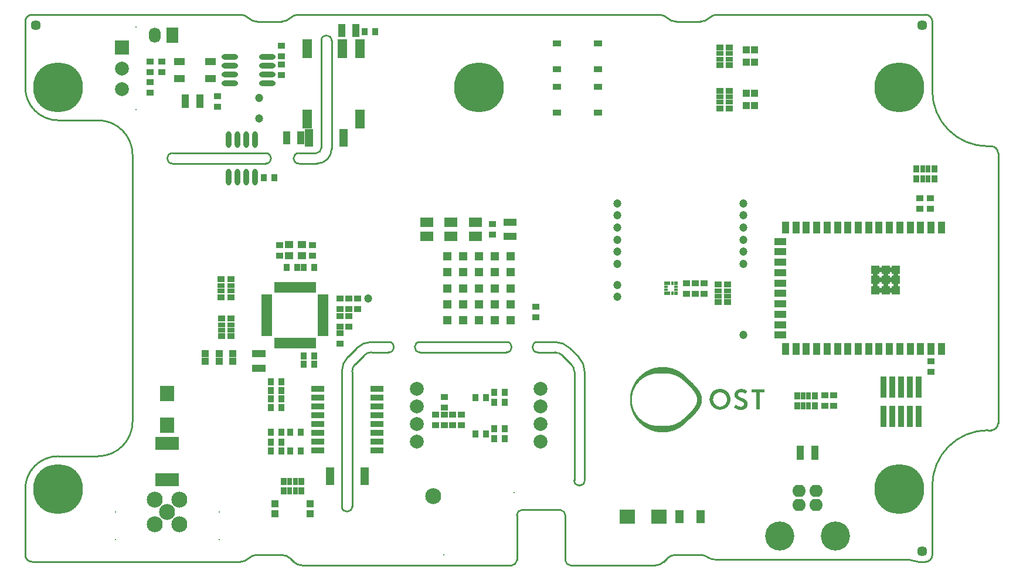
<source format=gts>
G04*
G04 #@! TF.GenerationSoftware,Altium Limited,Altium Designer,21.2.0 (30)*
G04*
G04 Layer_Color=8388736*
%FSLAX25Y25*%
%MOIN*%
G70*
G04*
G04 #@! TF.SameCoordinates,586DA71B-A414-44C7-A424-215A95C81ED1*
G04*
G04*
G04 #@! TF.FilePolarity,Negative*
G04*
G01*
G75*
%ADD10C,0.01000*%
%ADD58R,0.03950X0.03950*%
%ADD59R,0.08674X0.07887*%
%ADD60R,0.07887X0.08674*%
%ADD61R,0.03950X0.04343*%
%ADD62R,0.05131X0.05131*%
%ADD63R,0.04343X0.06706*%
%ADD64R,0.06706X0.04343*%
%ADD65R,0.07296X0.03792*%
%ADD66R,0.02178X0.06312*%
%ADD67R,0.06312X0.02178*%
%ADD68R,0.03950X0.02769*%
%ADD69R,0.02769X0.03950*%
%ADD70R,0.03950X0.03359*%
%ADD71R,0.03359X0.03950*%
%ADD72R,0.04973X0.04973*%
%ADD73R,0.04737X0.03556*%
%ADD74R,0.03300X0.04300*%
%ADD75R,0.04300X0.03300*%
%ADD76R,0.04934X0.09855*%
%ADD77R,0.07300X0.04300*%
%ADD78R,0.07300X0.05300*%
%ADD79R,0.13202X0.07808*%
%ADD80C,0.04737*%
%ADD81R,0.04737X0.04343*%
%ADD82R,0.04800X0.07800*%
%ADD83R,0.03550X0.12211*%
%ADD84R,0.06115X0.04343*%
%ADD85R,0.04300X0.07300*%
%ADD86R,0.05800X0.10800*%
%ADD87O,0.09461X0.03162*%
%ADD88O,0.03162X0.09461*%
%ADD89R,0.01883X0.01883*%
%ADD90R,0.01883X0.01784*%
%ADD91R,0.01784X0.01883*%
%ADD92R,0.04343X0.04343*%
%ADD93C,0.02965*%
%ADD94O,0.07690X0.06902*%
%ADD95C,0.16548*%
%ADD96C,0.28359*%
%ADD97C,0.09068*%
%ADD98C,0.00800*%
%ADD99C,0.05701*%
%ADD100C,0.07887*%
%ADD101R,0.07887X0.07887*%
%ADD102O,0.06706X0.08674*%
%ADD103R,0.06706X0.08674*%
G36*
X105512Y-44821D02*
X106206D01*
Y-44867D01*
X106669D01*
Y-44914D01*
X107039D01*
Y-44960D01*
X107363D01*
Y-45006D01*
X107641D01*
Y-45052D01*
X107918D01*
Y-45099D01*
X108150D01*
Y-45145D01*
X108381D01*
Y-45191D01*
X108612D01*
Y-45237D01*
X108797D01*
Y-45284D01*
X109029D01*
Y-45330D01*
X109214D01*
Y-45376D01*
X109399D01*
Y-45422D01*
X109538D01*
Y-45469D01*
X109723D01*
Y-45515D01*
X109862D01*
Y-45561D01*
X110047D01*
Y-45608D01*
X110185D01*
Y-45654D01*
X110324D01*
Y-45700D01*
X110463D01*
Y-45746D01*
X110602D01*
Y-45793D01*
X110741D01*
Y-45839D01*
X110879D01*
Y-45885D01*
X110972D01*
Y-45931D01*
X111111D01*
Y-45978D01*
X111250D01*
Y-46024D01*
X111342D01*
Y-46070D01*
X111481D01*
Y-46117D01*
X111574D01*
Y-46163D01*
X111712D01*
Y-46209D01*
X111805D01*
Y-46255D01*
X111944D01*
Y-46301D01*
X112036D01*
Y-46348D01*
X112129D01*
Y-46394D01*
X112221D01*
Y-46440D01*
X112360D01*
Y-46487D01*
X112453D01*
Y-46533D01*
X112545D01*
Y-46579D01*
X112638D01*
Y-46626D01*
X112730D01*
Y-46672D01*
X112823D01*
Y-46718D01*
X112915D01*
Y-46764D01*
X113008D01*
Y-46810D01*
X113100D01*
Y-46857D01*
X113193D01*
Y-46903D01*
X113286D01*
Y-46949D01*
X113378D01*
Y-46996D01*
X113471D01*
Y-47042D01*
X113517D01*
Y-47088D01*
X113609D01*
Y-47134D01*
X113702D01*
Y-47181D01*
X113795D01*
Y-47227D01*
X113841D01*
Y-47273D01*
X113933D01*
Y-47319D01*
X114026D01*
Y-47366D01*
X114118D01*
Y-47412D01*
X114165D01*
Y-47458D01*
X114257D01*
Y-47505D01*
X114350D01*
Y-47551D01*
X114396D01*
Y-47597D01*
X114489D01*
Y-47643D01*
X114535D01*
Y-47690D01*
X114627D01*
Y-47736D01*
X114674D01*
Y-47782D01*
X114766D01*
Y-47829D01*
X114812D01*
Y-47875D01*
X114905D01*
Y-47921D01*
X114951D01*
Y-47967D01*
X115044D01*
Y-48014D01*
X115090D01*
Y-48060D01*
X115183D01*
Y-48106D01*
X115229D01*
Y-48152D01*
X115321D01*
Y-48199D01*
X115368D01*
Y-48245D01*
X115460D01*
Y-48291D01*
X115506D01*
Y-48338D01*
X115553D01*
Y-48384D01*
X115645D01*
Y-48430D01*
X115692D01*
Y-48476D01*
X115738D01*
Y-48523D01*
X115830D01*
Y-48569D01*
X115877D01*
Y-48615D01*
X115923D01*
Y-48661D01*
X116016D01*
Y-48708D01*
X116062D01*
Y-48754D01*
X116108D01*
Y-48800D01*
X116154D01*
Y-48846D01*
X116247D01*
Y-48893D01*
X116293D01*
Y-48939D01*
X116339D01*
Y-48985D01*
X116386D01*
Y-49031D01*
X116432D01*
Y-49078D01*
X116525D01*
Y-49124D01*
X116571D01*
Y-49170D01*
X116617D01*
Y-49217D01*
X116663D01*
Y-49263D01*
X116710D01*
Y-49309D01*
X116756D01*
Y-49355D01*
X116848D01*
Y-49402D01*
X116895D01*
Y-49448D01*
X116941D01*
Y-49494D01*
X116987D01*
Y-49540D01*
X117033D01*
Y-49587D01*
X117080D01*
Y-49633D01*
X117126D01*
Y-49679D01*
X117172D01*
Y-49726D01*
X117218D01*
Y-49772D01*
X117311D01*
Y-49818D01*
X117357D01*
Y-49864D01*
X117404D01*
Y-49911D01*
X117450D01*
Y-49957D01*
X117496D01*
Y-50003D01*
X117542D01*
Y-50050D01*
X117589D01*
Y-50096D01*
X117635D01*
Y-50142D01*
X117681D01*
Y-50188D01*
X117727D01*
Y-50235D01*
X117774D01*
Y-50281D01*
X117820D01*
Y-50327D01*
X117866D01*
Y-50373D01*
X117913D01*
Y-50420D01*
X117959D01*
Y-50466D01*
X118005D01*
Y-50512D01*
X118051D01*
Y-50558D01*
X118098D01*
Y-50605D01*
X118144D01*
Y-50651D01*
X118190D01*
Y-50697D01*
X118236D01*
Y-50744D01*
X118283D01*
Y-50790D01*
X118329D01*
Y-50836D01*
X118375D01*
Y-50882D01*
X118422D01*
Y-50929D01*
X118468D01*
Y-50975D01*
X118514D01*
Y-51021D01*
X118560D01*
Y-51067D01*
X118607D01*
Y-51114D01*
X118653D01*
Y-51160D01*
X118699D01*
Y-51206D01*
X118746D01*
Y-51253D01*
X118792D01*
Y-51299D01*
X118838D01*
Y-51345D01*
X118884D01*
Y-51391D01*
X118930D01*
Y-51438D01*
X119023D01*
Y-51484D01*
X119069D01*
Y-51530D01*
X119116D01*
Y-51576D01*
X119162D01*
Y-51623D01*
X119208D01*
Y-51669D01*
X119254D01*
Y-51715D01*
X119301D01*
Y-51762D01*
X119347D01*
Y-51808D01*
X119393D01*
Y-51854D01*
X119439D01*
Y-51900D01*
X119486D01*
Y-51947D01*
X119532D01*
Y-51993D01*
X119578D01*
Y-52039D01*
X119625D01*
Y-52085D01*
X119671D01*
Y-52132D01*
X119717D01*
Y-52178D01*
X119763D01*
Y-52224D01*
X119810D01*
Y-52271D01*
X119856D01*
Y-52317D01*
X119902D01*
Y-52363D01*
X119948D01*
Y-52409D01*
X120041D01*
Y-52456D01*
X120087D01*
Y-52502D01*
X120134D01*
Y-52548D01*
X120180D01*
Y-52594D01*
X120226D01*
Y-52641D01*
X120272D01*
Y-52687D01*
X120319D01*
Y-52733D01*
X120365D01*
Y-52779D01*
X120411D01*
Y-52826D01*
X120457D01*
Y-52872D01*
X120504D01*
Y-52918D01*
X120550D01*
Y-52965D01*
X120596D01*
Y-53011D01*
X120643D01*
Y-53057D01*
X120689D01*
Y-53103D01*
X120735D01*
Y-53150D01*
X120781D01*
Y-53196D01*
X120828D01*
Y-53242D01*
X120874D01*
Y-53288D01*
X120920D01*
Y-53335D01*
X120966D01*
Y-53381D01*
X121013D01*
Y-53427D01*
X121059D01*
Y-53474D01*
X121105D01*
Y-53520D01*
X121151D01*
Y-53566D01*
X121198D01*
Y-53612D01*
X121244D01*
Y-53659D01*
X121290D01*
Y-53705D01*
X121337D01*
Y-53751D01*
X121383D01*
Y-53797D01*
X121429D01*
Y-53844D01*
X121476D01*
Y-53890D01*
X121522D01*
Y-53936D01*
X121568D01*
Y-53983D01*
X121614D01*
Y-54029D01*
X121660D01*
Y-54075D01*
X121707D01*
Y-54121D01*
X121753D01*
Y-54168D01*
X121799D01*
Y-54214D01*
X121846D01*
Y-54260D01*
X121892D01*
Y-54306D01*
X121938D01*
Y-54353D01*
X121984D01*
Y-54399D01*
X122031D01*
Y-54445D01*
X122077D01*
Y-54492D01*
X122123D01*
Y-54538D01*
X122169D01*
Y-54584D01*
X122216D01*
Y-54630D01*
X122262D01*
Y-54677D01*
X122308D01*
Y-54723D01*
X122355D01*
Y-54769D01*
X122401D01*
Y-54815D01*
X122447D01*
Y-54862D01*
X122493D01*
Y-54908D01*
X122540D01*
Y-54954D01*
X122586D01*
Y-55001D01*
Y-55047D01*
X122632D01*
Y-55093D01*
X122678D01*
Y-55139D01*
X122725D01*
Y-55186D01*
X122771D01*
Y-55232D01*
X122817D01*
Y-55278D01*
X122864D01*
Y-55324D01*
X122910D01*
Y-55371D01*
X122956D01*
Y-55417D01*
X123002D01*
Y-55463D01*
X123049D01*
Y-55509D01*
X123095D01*
Y-55556D01*
Y-55602D01*
X123141D01*
Y-55648D01*
X123187D01*
Y-55695D01*
X123234D01*
Y-55741D01*
X123280D01*
Y-55787D01*
X123326D01*
Y-55833D01*
X123372D01*
Y-55880D01*
X123419D01*
Y-55926D01*
Y-55972D01*
X123465D01*
Y-56018D01*
X123511D01*
Y-56065D01*
X123558D01*
Y-56111D01*
X123604D01*
Y-56157D01*
X123650D01*
Y-56204D01*
X123696D01*
Y-56250D01*
Y-56296D01*
X123743D01*
Y-56342D01*
X123789D01*
Y-56389D01*
X123835D01*
Y-56435D01*
X123881D01*
Y-56481D01*
X123928D01*
Y-56527D01*
Y-56574D01*
X123974D01*
Y-56620D01*
X124020D01*
Y-56666D01*
X124067D01*
Y-56713D01*
X124113D01*
Y-56759D01*
Y-56805D01*
X124159D01*
Y-56851D01*
X124205D01*
Y-56897D01*
X124252D01*
Y-56944D01*
X124298D01*
Y-56990D01*
Y-57036D01*
X124344D01*
Y-57083D01*
X124390D01*
Y-57129D01*
X124437D01*
Y-57175D01*
Y-57222D01*
X124483D01*
Y-57268D01*
X124529D01*
Y-57314D01*
X124576D01*
Y-57360D01*
Y-57407D01*
X124622D01*
Y-57453D01*
X124668D01*
Y-57499D01*
X124714D01*
Y-57545D01*
Y-57592D01*
X124761D01*
Y-57638D01*
X124807D01*
Y-57684D01*
Y-57730D01*
X124853D01*
Y-57777D01*
X124899D01*
Y-57823D01*
X124946D01*
Y-57869D01*
Y-57916D01*
X124992D01*
Y-57962D01*
X125038D01*
Y-58008D01*
Y-58054D01*
X125084D01*
Y-58101D01*
X125131D01*
Y-58147D01*
Y-58193D01*
X125177D01*
Y-58239D01*
X125223D01*
Y-58286D01*
Y-58332D01*
X125270D01*
Y-58378D01*
X125316D01*
Y-58425D01*
Y-58471D01*
X125362D01*
Y-58517D01*
Y-58563D01*
X125408D01*
Y-58610D01*
X125455D01*
Y-58656D01*
Y-58702D01*
X125501D01*
Y-58748D01*
Y-58795D01*
X125547D01*
Y-58841D01*
X125593D01*
Y-58887D01*
Y-58934D01*
X125640D01*
Y-58980D01*
Y-59026D01*
X125686D01*
Y-59072D01*
Y-59119D01*
X125732D01*
Y-59165D01*
X125779D01*
Y-59211D01*
Y-59257D01*
X125825D01*
Y-59304D01*
Y-59350D01*
X125871D01*
Y-59396D01*
Y-59442D01*
X125917D01*
Y-59489D01*
Y-59535D01*
X125964D01*
Y-59581D01*
Y-59627D01*
X126010D01*
Y-59674D01*
Y-59720D01*
X126056D01*
Y-59766D01*
Y-59813D01*
X126102D01*
Y-59859D01*
Y-59905D01*
X126149D01*
Y-59951D01*
Y-59998D01*
X126195D01*
Y-60044D01*
Y-60090D01*
X126241D01*
Y-60136D01*
Y-60183D01*
Y-60229D01*
X126288D01*
Y-60275D01*
Y-60322D01*
X126334D01*
Y-60368D01*
Y-60414D01*
Y-60460D01*
X126380D01*
Y-60507D01*
Y-60553D01*
X126426D01*
Y-60599D01*
Y-60646D01*
Y-60692D01*
X126473D01*
Y-60738D01*
Y-60784D01*
Y-60831D01*
X126519D01*
Y-60877D01*
Y-60923D01*
X126565D01*
Y-60969D01*
Y-61016D01*
Y-61062D01*
X126611D01*
Y-61108D01*
Y-61155D01*
Y-61201D01*
Y-61247D01*
X126658D01*
Y-61293D01*
Y-61339D01*
Y-61386D01*
X126704D01*
Y-61432D01*
Y-61478D01*
Y-61525D01*
Y-61571D01*
X126750D01*
Y-61617D01*
Y-61663D01*
Y-61710D01*
Y-61756D01*
X126797D01*
Y-61802D01*
Y-61848D01*
Y-61895D01*
Y-61941D01*
Y-61987D01*
X126843D01*
Y-62034D01*
Y-62080D01*
Y-62126D01*
Y-62172D01*
Y-62219D01*
X126889D01*
Y-62265D01*
Y-62311D01*
Y-62357D01*
Y-62404D01*
Y-62450D01*
Y-62496D01*
Y-62543D01*
X126935D01*
Y-62589D01*
Y-62635D01*
Y-62681D01*
Y-62728D01*
Y-62774D01*
Y-62820D01*
Y-62866D01*
Y-62913D01*
Y-62959D01*
Y-63005D01*
Y-63051D01*
Y-63098D01*
Y-63144D01*
Y-63190D01*
Y-63237D01*
Y-63283D01*
Y-63329D01*
Y-63375D01*
Y-63422D01*
Y-63468D01*
Y-63514D01*
Y-63560D01*
Y-63607D01*
Y-63653D01*
Y-63699D01*
Y-63746D01*
Y-63792D01*
Y-63838D01*
Y-63884D01*
Y-63931D01*
Y-63977D01*
Y-64023D01*
Y-64069D01*
Y-64116D01*
Y-64162D01*
Y-64208D01*
X126889D01*
Y-64255D01*
Y-64301D01*
Y-64347D01*
Y-64393D01*
Y-64440D01*
Y-64486D01*
Y-64532D01*
X126843D01*
Y-64578D01*
Y-64625D01*
Y-64671D01*
Y-64717D01*
Y-64764D01*
X126797D01*
Y-64810D01*
Y-64856D01*
Y-64902D01*
Y-64949D01*
Y-64995D01*
X126750D01*
Y-65041D01*
Y-65087D01*
Y-65134D01*
Y-65180D01*
X126704D01*
Y-65226D01*
Y-65273D01*
Y-65319D01*
Y-65365D01*
X126658D01*
Y-65411D01*
Y-65458D01*
Y-65504D01*
X126611D01*
Y-65550D01*
Y-65596D01*
Y-65643D01*
X126565D01*
Y-65689D01*
Y-65735D01*
Y-65781D01*
X126519D01*
Y-65828D01*
Y-65874D01*
Y-65920D01*
X126473D01*
Y-65967D01*
Y-66013D01*
Y-66059D01*
X126426D01*
Y-66105D01*
Y-66152D01*
Y-66198D01*
X126380D01*
Y-66244D01*
Y-66290D01*
X126334D01*
Y-66337D01*
Y-66383D01*
Y-66429D01*
X126288D01*
Y-66476D01*
Y-66522D01*
X126241D01*
Y-66568D01*
Y-66614D01*
X126195D01*
Y-66661D01*
Y-66707D01*
Y-66753D01*
X126149D01*
Y-66799D01*
Y-66846D01*
X126102D01*
Y-66892D01*
Y-66938D01*
X126056D01*
Y-66985D01*
Y-67031D01*
X126010D01*
Y-67077D01*
Y-67123D01*
X125964D01*
Y-67170D01*
Y-67216D01*
X125917D01*
Y-67262D01*
Y-67308D01*
X125871D01*
Y-67355D01*
Y-67401D01*
X125825D01*
Y-67447D01*
Y-67494D01*
X125779D01*
Y-67540D01*
X125732D01*
Y-67586D01*
Y-67632D01*
X125686D01*
Y-67679D01*
Y-67725D01*
X125640D01*
Y-67771D01*
Y-67817D01*
X125593D01*
Y-67864D01*
X125547D01*
Y-67910D01*
Y-67956D01*
X125501D01*
Y-68002D01*
Y-68049D01*
X125455D01*
Y-68095D01*
X125408D01*
Y-68141D01*
Y-68188D01*
X125362D01*
Y-68234D01*
Y-68280D01*
X125316D01*
Y-68326D01*
X125270D01*
Y-68373D01*
Y-68419D01*
X125223D01*
Y-68465D01*
X125177D01*
Y-68511D01*
Y-68558D01*
X125131D01*
Y-68604D01*
X125084D01*
Y-68650D01*
Y-68697D01*
X125038D01*
Y-68743D01*
X124992D01*
Y-68789D01*
Y-68835D01*
X124946D01*
Y-68882D01*
X124899D01*
Y-68928D01*
Y-68974D01*
X124853D01*
Y-69020D01*
X124807D01*
Y-69067D01*
X124761D01*
Y-69113D01*
Y-69159D01*
X124714D01*
Y-69206D01*
X124668D01*
Y-69252D01*
Y-69298D01*
X124622D01*
Y-69344D01*
X124576D01*
Y-69391D01*
X124529D01*
Y-69437D01*
Y-69483D01*
X124483D01*
Y-69529D01*
X124437D01*
Y-69576D01*
X124390D01*
Y-69622D01*
Y-69668D01*
X124344D01*
Y-69715D01*
X124298D01*
Y-69761D01*
X124252D01*
Y-69807D01*
X124205D01*
Y-69853D01*
Y-69900D01*
X124159D01*
Y-69946D01*
X124113D01*
Y-69992D01*
X124067D01*
Y-70038D01*
X124020D01*
Y-70085D01*
Y-70131D01*
X123974D01*
Y-70177D01*
X123928D01*
Y-70223D01*
X123881D01*
Y-70270D01*
X123835D01*
Y-70316D01*
Y-70362D01*
X123789D01*
Y-70409D01*
X123743D01*
Y-70455D01*
X123696D01*
Y-70501D01*
X123650D01*
Y-70547D01*
X123604D01*
Y-70594D01*
X123558D01*
Y-70640D01*
Y-70686D01*
X123511D01*
Y-70732D01*
X123465D01*
Y-70779D01*
X123419D01*
Y-70825D01*
X123372D01*
Y-70871D01*
X123326D01*
Y-70918D01*
X123280D01*
Y-70964D01*
Y-71010D01*
X123234D01*
Y-71056D01*
X123187D01*
Y-71103D01*
X123141D01*
Y-71149D01*
X123095D01*
Y-71195D01*
X123049D01*
Y-71241D01*
X123002D01*
Y-71288D01*
X122956D01*
Y-71334D01*
X122910D01*
Y-71380D01*
X122864D01*
Y-71426D01*
X122817D01*
Y-71473D01*
Y-71519D01*
X122771D01*
Y-71565D01*
X122725D01*
Y-71612D01*
X122678D01*
Y-71658D01*
X122632D01*
Y-71704D01*
X122586D01*
Y-71750D01*
X122540D01*
Y-71797D01*
X122493D01*
Y-71843D01*
X122447D01*
Y-71889D01*
X122401D01*
Y-71935D01*
X122355D01*
Y-71982D01*
X122308D01*
Y-72028D01*
X122262D01*
Y-72074D01*
X122216D01*
Y-72121D01*
X122169D01*
Y-72167D01*
X122123D01*
Y-72213D01*
X122077D01*
Y-72259D01*
X122031D01*
Y-72306D01*
Y-72352D01*
X121984D01*
Y-72398D01*
X121938D01*
Y-72444D01*
X121892D01*
Y-72491D01*
X121846D01*
Y-72537D01*
X121799D01*
Y-72583D01*
X121753D01*
Y-72630D01*
X121707D01*
Y-72676D01*
X121660D01*
Y-72722D01*
X121614D01*
Y-72768D01*
X121568D01*
Y-72815D01*
X121522D01*
Y-72861D01*
X121476D01*
Y-72907D01*
X121429D01*
Y-72953D01*
X121383D01*
Y-73000D01*
X121337D01*
Y-73046D01*
X121290D01*
Y-73092D01*
X121244D01*
Y-73139D01*
X121198D01*
Y-73185D01*
X121151D01*
Y-73231D01*
X121105D01*
Y-73277D01*
X121059D01*
Y-73324D01*
X120966D01*
Y-73370D01*
X120920D01*
Y-73416D01*
X120874D01*
Y-73462D01*
X120828D01*
Y-73509D01*
X120781D01*
Y-73555D01*
X120735D01*
Y-73601D01*
X120689D01*
Y-73648D01*
X120643D01*
Y-73694D01*
X120596D01*
Y-73740D01*
X120550D01*
Y-73786D01*
X120504D01*
Y-73833D01*
X120457D01*
Y-73879D01*
X120411D01*
Y-73925D01*
X120365D01*
Y-73971D01*
X120319D01*
Y-74018D01*
X120272D01*
Y-74064D01*
X120226D01*
Y-74110D01*
X120180D01*
Y-74156D01*
X120134D01*
Y-74203D01*
X120087D01*
Y-74249D01*
X120041D01*
Y-74295D01*
X119995D01*
Y-74342D01*
X119948D01*
Y-74388D01*
X119902D01*
Y-74434D01*
X119856D01*
Y-74480D01*
X119763D01*
Y-74527D01*
X119717D01*
Y-74573D01*
X119671D01*
Y-74619D01*
X119625D01*
Y-74665D01*
X119578D01*
Y-74712D01*
X119532D01*
Y-74758D01*
X119486D01*
Y-74804D01*
X119439D01*
Y-74851D01*
X119393D01*
Y-74897D01*
X119347D01*
Y-74943D01*
X119301D01*
Y-74989D01*
X119254D01*
Y-75036D01*
X119208D01*
Y-75082D01*
X119162D01*
Y-75128D01*
X119116D01*
Y-75174D01*
X119069D01*
Y-75221D01*
X119023D01*
Y-75267D01*
X118977D01*
Y-75313D01*
X118930D01*
Y-75360D01*
X118838D01*
Y-75406D01*
X118792D01*
Y-75452D01*
X118746D01*
Y-75498D01*
X118699D01*
Y-75545D01*
X118653D01*
Y-75591D01*
X118607D01*
Y-75637D01*
X118560D01*
Y-75683D01*
X118514D01*
Y-75730D01*
X118468D01*
Y-75776D01*
X118422D01*
Y-75822D01*
X118375D01*
Y-75868D01*
X118329D01*
Y-75915D01*
X118283D01*
Y-75961D01*
X118236D01*
Y-76007D01*
X118190D01*
Y-76054D01*
X118144D01*
Y-76100D01*
X118098D01*
Y-76146D01*
X118051D01*
Y-76192D01*
X118005D01*
Y-76239D01*
X117959D01*
Y-76285D01*
X117913D01*
Y-76331D01*
X117866D01*
Y-76377D01*
X117820D01*
Y-76424D01*
X117774D01*
Y-76470D01*
X117727D01*
Y-76516D01*
X117681D01*
Y-76563D01*
X117635D01*
Y-76609D01*
X117589D01*
Y-76655D01*
X117542D01*
Y-76701D01*
X117496D01*
Y-76748D01*
X117450D01*
Y-76794D01*
X117404D01*
Y-76840D01*
X117357D01*
Y-76886D01*
X117311D01*
Y-76933D01*
X117218D01*
Y-76979D01*
X117172D01*
Y-77025D01*
X117126D01*
Y-77072D01*
X117080D01*
Y-77118D01*
X117033D01*
Y-77164D01*
X116987D01*
Y-77210D01*
X116941D01*
Y-77257D01*
X116895D01*
Y-77303D01*
X116848D01*
Y-77349D01*
X116756D01*
Y-77395D01*
X116710D01*
Y-77442D01*
X116663D01*
Y-77488D01*
X116617D01*
Y-77534D01*
X116571D01*
Y-77581D01*
X116525D01*
Y-77627D01*
X116432D01*
Y-77673D01*
X116386D01*
Y-77719D01*
X116339D01*
Y-77766D01*
X116293D01*
Y-77812D01*
X116247D01*
Y-77858D01*
X116154D01*
Y-77904D01*
X116108D01*
Y-77951D01*
X116062D01*
Y-77997D01*
X115969D01*
Y-78043D01*
X115923D01*
Y-78089D01*
X115877D01*
Y-78136D01*
X115830D01*
Y-78182D01*
X115738D01*
Y-78228D01*
X115692D01*
Y-78275D01*
X115645D01*
Y-78321D01*
X115553D01*
Y-78367D01*
X115506D01*
Y-78413D01*
X115414D01*
Y-78460D01*
X115368D01*
Y-78506D01*
X115321D01*
Y-78552D01*
X115229D01*
Y-78598D01*
X115183D01*
Y-78645D01*
X115090D01*
Y-78691D01*
X115044D01*
Y-78737D01*
X114951D01*
Y-78784D01*
X114905D01*
Y-78830D01*
X114812D01*
Y-78876D01*
X114766D01*
Y-78922D01*
X114674D01*
Y-78969D01*
X114627D01*
Y-79015D01*
X114535D01*
Y-79061D01*
X114489D01*
Y-79107D01*
X114396D01*
Y-79154D01*
X114350D01*
Y-79200D01*
X114257D01*
Y-79246D01*
X114165D01*
Y-79293D01*
X114118D01*
Y-79339D01*
X114026D01*
Y-79385D01*
X113933D01*
Y-79431D01*
X113841D01*
Y-79478D01*
X113795D01*
Y-79524D01*
X113702D01*
Y-79570D01*
X113609D01*
Y-79616D01*
X113517D01*
Y-79663D01*
X113471D01*
Y-79709D01*
X113378D01*
Y-79755D01*
X113286D01*
Y-79802D01*
X113193D01*
Y-79848D01*
X113100D01*
Y-79894D01*
X113008D01*
Y-79940D01*
X112915D01*
Y-79987D01*
X112823D01*
Y-80033D01*
X112730D01*
Y-80079D01*
X112638D01*
Y-80125D01*
X112545D01*
Y-80172D01*
X112453D01*
Y-80218D01*
X112360D01*
Y-80264D01*
X112221D01*
Y-80310D01*
X112129D01*
Y-80357D01*
X112036D01*
Y-80403D01*
X111944D01*
Y-80449D01*
X111805D01*
Y-80496D01*
X111712D01*
Y-80542D01*
X111574D01*
Y-80588D01*
X111481D01*
Y-80634D01*
X111342D01*
Y-80681D01*
X111250D01*
Y-80727D01*
X111111D01*
Y-80773D01*
X110972D01*
Y-80819D01*
X110879D01*
Y-80866D01*
X110741D01*
Y-80912D01*
X110602D01*
Y-80958D01*
X110463D01*
Y-81005D01*
X110324D01*
Y-81051D01*
X110185D01*
Y-81097D01*
X110047D01*
Y-81143D01*
X109862D01*
Y-81190D01*
X109723D01*
Y-81236D01*
X109538D01*
Y-81282D01*
X109399D01*
Y-81328D01*
X109214D01*
Y-81375D01*
X109029D01*
Y-81421D01*
X108797D01*
Y-81467D01*
X108612D01*
Y-81514D01*
X108381D01*
Y-81560D01*
X108150D01*
Y-81606D01*
X107918D01*
Y-81652D01*
X107641D01*
Y-81699D01*
X107363D01*
Y-81745D01*
X107039D01*
Y-81791D01*
X106669D01*
Y-81837D01*
X106206D01*
Y-81884D01*
X105512D01*
Y-81930D01*
X103615D01*
Y-81884D01*
X102921D01*
Y-81837D01*
X102458D01*
Y-81791D01*
X102088D01*
Y-81745D01*
X101764D01*
Y-81699D01*
X101487D01*
Y-81652D01*
X101209D01*
Y-81606D01*
X100978D01*
Y-81560D01*
X100746D01*
Y-81514D01*
X100515D01*
Y-81467D01*
X100330D01*
Y-81421D01*
X100098D01*
Y-81375D01*
X99913D01*
Y-81328D01*
X99774D01*
Y-81282D01*
X99589D01*
Y-81236D01*
X99404D01*
Y-81190D01*
X99265D01*
Y-81143D01*
X99127D01*
Y-81097D01*
X98942D01*
Y-81051D01*
X98803D01*
Y-81005D01*
X98664D01*
Y-80958D01*
X98525D01*
Y-80912D01*
X98386D01*
Y-80866D01*
X98247D01*
Y-80819D01*
X98155D01*
Y-80773D01*
X98016D01*
Y-80727D01*
X97877D01*
Y-80681D01*
X97785D01*
Y-80634D01*
X97646D01*
Y-80588D01*
X97553D01*
Y-80542D01*
X97415D01*
Y-80496D01*
X97322D01*
Y-80449D01*
X97230D01*
Y-80403D01*
X97091D01*
Y-80357D01*
X96998D01*
Y-80310D01*
X96906D01*
Y-80264D01*
X96813D01*
Y-80218D01*
X96674D01*
Y-80172D01*
X96582D01*
Y-80125D01*
X96489D01*
Y-80079D01*
X96397D01*
Y-80033D01*
X96304D01*
Y-79987D01*
X96212D01*
Y-79940D01*
X96119D01*
Y-79894D01*
X96026D01*
Y-79848D01*
X95934D01*
Y-79802D01*
X95841D01*
Y-79755D01*
X95749D01*
Y-79709D01*
X95703D01*
Y-79663D01*
X95610D01*
Y-79616D01*
X95518D01*
Y-79570D01*
X95425D01*
Y-79524D01*
X95332D01*
Y-79478D01*
X95286D01*
Y-79431D01*
X95194D01*
Y-79385D01*
X95101D01*
Y-79339D01*
X95009D01*
Y-79293D01*
X94962D01*
Y-79246D01*
X94870D01*
Y-79200D01*
X94823D01*
Y-79154D01*
X94731D01*
Y-79107D01*
X94638D01*
Y-79061D01*
X94592D01*
Y-79015D01*
X94500D01*
Y-78969D01*
X94453D01*
Y-78922D01*
X94361D01*
Y-78876D01*
X94314D01*
Y-78830D01*
X94222D01*
Y-78784D01*
X94176D01*
Y-78737D01*
X94083D01*
Y-78691D01*
X94037D01*
Y-78645D01*
X93944D01*
Y-78598D01*
X93898D01*
Y-78552D01*
X93805D01*
Y-78506D01*
X93759D01*
Y-78460D01*
X93713D01*
Y-78413D01*
X93621D01*
Y-78367D01*
X93574D01*
Y-78321D01*
X93482D01*
Y-78275D01*
X93435D01*
Y-78228D01*
X93389D01*
Y-78182D01*
X93297D01*
Y-78136D01*
X93250D01*
Y-78089D01*
X93204D01*
Y-78043D01*
X93158D01*
Y-77997D01*
X93065D01*
Y-77951D01*
X93019D01*
Y-77904D01*
X92973D01*
Y-77858D01*
X92926D01*
Y-77812D01*
X92834D01*
Y-77766D01*
X92788D01*
Y-77719D01*
X92741D01*
Y-77673D01*
X92695D01*
Y-77627D01*
X92602D01*
Y-77581D01*
X92556D01*
Y-77534D01*
X92510D01*
Y-77488D01*
X92464D01*
Y-77442D01*
X92417D01*
Y-77395D01*
X92371D01*
Y-77349D01*
X92279D01*
Y-77303D01*
X92232D01*
Y-77257D01*
X92186D01*
Y-77210D01*
X92140D01*
Y-77164D01*
X92093D01*
Y-77118D01*
X92047D01*
Y-77072D01*
X92001D01*
Y-77025D01*
X91955D01*
Y-76979D01*
X91908D01*
Y-76933D01*
X91862D01*
Y-76886D01*
X91770D01*
Y-76840D01*
X91723D01*
Y-76794D01*
X91677D01*
Y-76748D01*
X91631D01*
Y-76701D01*
X91584D01*
Y-76655D01*
X91538D01*
Y-76609D01*
X91492D01*
Y-76563D01*
X91446D01*
Y-76516D01*
X91400D01*
Y-76470D01*
X91353D01*
Y-76424D01*
X91307D01*
Y-76377D01*
X91261D01*
Y-76331D01*
X91214D01*
Y-76285D01*
X91168D01*
Y-76239D01*
X91122D01*
Y-76192D01*
X91076D01*
Y-76146D01*
X91029D01*
Y-76100D01*
Y-76054D01*
X90983D01*
Y-76007D01*
X90937D01*
Y-75961D01*
X90891D01*
Y-75915D01*
X90844D01*
Y-75868D01*
X90798D01*
Y-75822D01*
X90752D01*
Y-75776D01*
X90705D01*
Y-75730D01*
X90659D01*
Y-75683D01*
X90613D01*
Y-75637D01*
X90567D01*
Y-75591D01*
Y-75545D01*
X90520D01*
Y-75498D01*
X90474D01*
Y-75452D01*
X90428D01*
Y-75406D01*
X90381D01*
Y-75360D01*
X90335D01*
Y-75313D01*
X90289D01*
Y-75267D01*
Y-75221D01*
X90243D01*
Y-75174D01*
X90196D01*
Y-75128D01*
X90150D01*
Y-75082D01*
X90104D01*
Y-75036D01*
Y-74989D01*
X90058D01*
Y-74943D01*
X90011D01*
Y-74897D01*
X89965D01*
Y-74851D01*
X89919D01*
Y-74804D01*
Y-74758D01*
X89872D01*
Y-74712D01*
X89826D01*
Y-74665D01*
X89780D01*
Y-74619D01*
X89734D01*
Y-74573D01*
Y-74527D01*
X89687D01*
Y-74480D01*
X89641D01*
Y-74434D01*
X89595D01*
Y-74388D01*
Y-74342D01*
X89549D01*
Y-74295D01*
X89502D01*
Y-74249D01*
Y-74203D01*
X89456D01*
Y-74156D01*
X89410D01*
Y-74110D01*
X89364D01*
Y-74064D01*
Y-74018D01*
X89317D01*
Y-73971D01*
X89271D01*
Y-73925D01*
Y-73879D01*
X89225D01*
Y-73833D01*
X89179D01*
Y-73786D01*
Y-73740D01*
X89132D01*
Y-73694D01*
X89086D01*
Y-73648D01*
Y-73601D01*
X89040D01*
Y-73555D01*
X88993D01*
Y-73509D01*
Y-73462D01*
X88947D01*
Y-73416D01*
X88901D01*
Y-73370D01*
Y-73324D01*
X88855D01*
Y-73277D01*
X88808D01*
Y-73231D01*
Y-73185D01*
X88762D01*
Y-73139D01*
Y-73092D01*
X88716D01*
Y-73046D01*
X88670D01*
Y-73000D01*
Y-72953D01*
X88623D01*
Y-72907D01*
X88577D01*
Y-72861D01*
Y-72815D01*
X88531D01*
Y-72768D01*
Y-72722D01*
X88484D01*
Y-72676D01*
Y-72630D01*
X88438D01*
Y-72583D01*
X88392D01*
Y-72537D01*
Y-72491D01*
X88346D01*
Y-72444D01*
Y-72398D01*
X88299D01*
Y-72352D01*
Y-72306D01*
X88253D01*
Y-72259D01*
Y-72213D01*
X88207D01*
Y-72167D01*
X88161D01*
Y-72121D01*
Y-72074D01*
X88114D01*
Y-72028D01*
Y-71982D01*
X88068D01*
Y-71935D01*
Y-71889D01*
X88022D01*
Y-71843D01*
Y-71797D01*
X87975D01*
Y-71750D01*
Y-71704D01*
X87929D01*
Y-71658D01*
Y-71612D01*
X87883D01*
Y-71565D01*
Y-71519D01*
X87837D01*
Y-71473D01*
Y-71426D01*
X87790D01*
Y-71380D01*
Y-71334D01*
X87744D01*
Y-71288D01*
Y-71241D01*
X87698D01*
Y-71195D01*
Y-71149D01*
Y-71103D01*
X87651D01*
Y-71056D01*
Y-71010D01*
X87605D01*
Y-70964D01*
Y-70918D01*
X87559D01*
Y-70871D01*
Y-70825D01*
X87513D01*
Y-70779D01*
Y-70732D01*
Y-70686D01*
X87466D01*
Y-70640D01*
Y-70594D01*
X87420D01*
Y-70547D01*
Y-70501D01*
X87374D01*
Y-70455D01*
Y-70409D01*
Y-70362D01*
X87328D01*
Y-70316D01*
Y-70270D01*
X87281D01*
Y-70223D01*
Y-70177D01*
Y-70131D01*
X87235D01*
Y-70085D01*
Y-70038D01*
X87189D01*
Y-69992D01*
Y-69946D01*
Y-69900D01*
X87143D01*
Y-69853D01*
Y-69807D01*
Y-69761D01*
X87096D01*
Y-69715D01*
Y-69668D01*
X87050D01*
Y-69622D01*
Y-69576D01*
Y-69529D01*
X87004D01*
Y-69483D01*
Y-69437D01*
Y-69391D01*
X86958D01*
Y-69344D01*
Y-69298D01*
Y-69252D01*
X86911D01*
Y-69206D01*
Y-69159D01*
Y-69113D01*
X86865D01*
Y-69067D01*
Y-69020D01*
Y-68974D01*
X86819D01*
Y-68928D01*
Y-68882D01*
Y-68835D01*
Y-68789D01*
X86772D01*
Y-68743D01*
Y-68697D01*
Y-68650D01*
X86726D01*
Y-68604D01*
Y-68558D01*
Y-68511D01*
X86680D01*
Y-68465D01*
Y-68419D01*
Y-68373D01*
Y-68326D01*
X86634D01*
Y-68280D01*
Y-68234D01*
Y-68188D01*
Y-68141D01*
X86587D01*
Y-68095D01*
Y-68049D01*
Y-68002D01*
X86541D01*
Y-67956D01*
Y-67910D01*
Y-67864D01*
Y-67817D01*
X86495D01*
Y-67771D01*
Y-67725D01*
Y-67679D01*
Y-67632D01*
Y-67586D01*
X86449D01*
Y-67540D01*
Y-67494D01*
Y-67447D01*
Y-67401D01*
X86402D01*
Y-67355D01*
Y-67308D01*
Y-67262D01*
Y-67216D01*
Y-67170D01*
X86356D01*
Y-67123D01*
Y-67077D01*
Y-67031D01*
Y-66985D01*
Y-66938D01*
X86310D01*
Y-66892D01*
Y-66846D01*
Y-66799D01*
Y-66753D01*
Y-66707D01*
X86263D01*
Y-66661D01*
Y-66614D01*
Y-66568D01*
Y-66522D01*
Y-66476D01*
Y-66429D01*
X86217D01*
Y-66383D01*
Y-66337D01*
Y-66290D01*
Y-66244D01*
Y-66198D01*
Y-66152D01*
X86171D01*
Y-66105D01*
Y-66059D01*
Y-66013D01*
Y-65967D01*
Y-65920D01*
Y-65874D01*
Y-65828D01*
X86125D01*
Y-65781D01*
Y-65735D01*
Y-65689D01*
Y-65643D01*
Y-65596D01*
Y-65550D01*
Y-65504D01*
Y-65458D01*
X86078D01*
Y-65411D01*
Y-65365D01*
Y-65319D01*
Y-65273D01*
Y-65226D01*
Y-65180D01*
Y-65134D01*
Y-65087D01*
Y-65041D01*
Y-64995D01*
Y-64949D01*
X86032D01*
Y-64902D01*
Y-64856D01*
Y-64810D01*
Y-64764D01*
Y-64717D01*
Y-64671D01*
Y-64625D01*
Y-64578D01*
Y-64532D01*
Y-64486D01*
Y-64440D01*
Y-64393D01*
Y-64347D01*
Y-64301D01*
X85986D01*
Y-64255D01*
Y-64208D01*
Y-64162D01*
Y-64116D01*
Y-64069D01*
Y-64023D01*
Y-63977D01*
Y-63931D01*
Y-63884D01*
Y-63838D01*
Y-63792D01*
Y-63746D01*
Y-63699D01*
Y-63653D01*
Y-63607D01*
Y-63560D01*
Y-63514D01*
Y-63468D01*
Y-63422D01*
Y-63375D01*
Y-63329D01*
Y-63283D01*
Y-63237D01*
Y-63190D01*
Y-63144D01*
Y-63098D01*
Y-63051D01*
Y-63005D01*
Y-62959D01*
Y-62913D01*
Y-62866D01*
Y-62820D01*
Y-62774D01*
Y-62728D01*
Y-62681D01*
Y-62635D01*
Y-62589D01*
Y-62543D01*
Y-62496D01*
Y-62450D01*
Y-62404D01*
X86032D01*
Y-62357D01*
Y-62311D01*
Y-62265D01*
Y-62219D01*
Y-62172D01*
Y-62126D01*
Y-62080D01*
Y-62034D01*
Y-61987D01*
Y-61941D01*
Y-61895D01*
Y-61848D01*
Y-61802D01*
Y-61756D01*
X86078D01*
Y-61710D01*
Y-61663D01*
Y-61617D01*
Y-61571D01*
Y-61525D01*
Y-61478D01*
Y-61432D01*
Y-61386D01*
Y-61339D01*
Y-61293D01*
Y-61247D01*
X86125D01*
Y-61201D01*
Y-61155D01*
Y-61108D01*
Y-61062D01*
Y-61016D01*
Y-60969D01*
Y-60923D01*
Y-60877D01*
X86171D01*
Y-60831D01*
Y-60784D01*
Y-60738D01*
Y-60692D01*
Y-60646D01*
Y-60599D01*
Y-60553D01*
X86217D01*
Y-60507D01*
Y-60460D01*
Y-60414D01*
Y-60368D01*
Y-60322D01*
Y-60275D01*
X86263D01*
Y-60229D01*
Y-60183D01*
Y-60136D01*
Y-60090D01*
Y-60044D01*
Y-59998D01*
X86310D01*
Y-59951D01*
Y-59905D01*
Y-59859D01*
Y-59813D01*
Y-59766D01*
X86356D01*
Y-59720D01*
Y-59674D01*
Y-59627D01*
Y-59581D01*
Y-59535D01*
X86402D01*
Y-59489D01*
Y-59442D01*
Y-59396D01*
Y-59350D01*
Y-59304D01*
X86449D01*
Y-59257D01*
Y-59211D01*
Y-59165D01*
Y-59119D01*
X86495D01*
Y-59072D01*
Y-59026D01*
Y-58980D01*
Y-58934D01*
Y-58887D01*
X86541D01*
Y-58841D01*
Y-58795D01*
Y-58748D01*
Y-58702D01*
X86587D01*
Y-58656D01*
Y-58610D01*
Y-58563D01*
X86634D01*
Y-58517D01*
Y-58471D01*
Y-58425D01*
Y-58378D01*
X86680D01*
Y-58332D01*
Y-58286D01*
Y-58239D01*
Y-58193D01*
X86726D01*
Y-58147D01*
Y-58101D01*
Y-58054D01*
X86772D01*
Y-58008D01*
Y-57962D01*
Y-57916D01*
X86819D01*
Y-57869D01*
Y-57823D01*
Y-57777D01*
Y-57730D01*
X86865D01*
Y-57684D01*
Y-57638D01*
Y-57592D01*
X86911D01*
Y-57545D01*
Y-57499D01*
Y-57453D01*
X86958D01*
Y-57407D01*
Y-57360D01*
Y-57314D01*
X87004D01*
Y-57268D01*
Y-57222D01*
Y-57175D01*
X87050D01*
Y-57129D01*
Y-57083D01*
Y-57036D01*
X87096D01*
Y-56990D01*
Y-56944D01*
X87143D01*
Y-56897D01*
Y-56851D01*
Y-56805D01*
X87189D01*
Y-56759D01*
Y-56713D01*
Y-56666D01*
X87235D01*
Y-56620D01*
Y-56574D01*
X87281D01*
Y-56527D01*
Y-56481D01*
Y-56435D01*
X87328D01*
Y-56389D01*
Y-56342D01*
X87374D01*
Y-56296D01*
Y-56250D01*
Y-56204D01*
X87420D01*
Y-56157D01*
Y-56111D01*
X87466D01*
Y-56065D01*
Y-56018D01*
X87513D01*
Y-55972D01*
Y-55926D01*
Y-55880D01*
X87559D01*
Y-55833D01*
Y-55787D01*
X87605D01*
Y-55741D01*
Y-55695D01*
X87651D01*
Y-55648D01*
Y-55602D01*
X87698D01*
Y-55556D01*
Y-55509D01*
Y-55463D01*
X87744D01*
Y-55417D01*
Y-55371D01*
X87790D01*
Y-55324D01*
Y-55278D01*
X87837D01*
Y-55232D01*
Y-55186D01*
X87883D01*
Y-55139D01*
Y-55093D01*
X87929D01*
Y-55047D01*
Y-55001D01*
X87975D01*
Y-54954D01*
Y-54908D01*
X88022D01*
Y-54862D01*
Y-54815D01*
X88068D01*
Y-54769D01*
Y-54723D01*
X88114D01*
Y-54677D01*
Y-54630D01*
X88161D01*
Y-54584D01*
Y-54538D01*
X88207D01*
Y-54492D01*
X88253D01*
Y-54445D01*
Y-54399D01*
X88299D01*
Y-54353D01*
Y-54306D01*
X88346D01*
Y-54260D01*
Y-54214D01*
X88392D01*
Y-54168D01*
Y-54121D01*
X88438D01*
Y-54075D01*
X88484D01*
Y-54029D01*
Y-53983D01*
X88531D01*
Y-53936D01*
Y-53890D01*
X88577D01*
Y-53844D01*
Y-53797D01*
X88623D01*
Y-53751D01*
X88670D01*
Y-53705D01*
Y-53659D01*
X88716D01*
Y-53612D01*
X88762D01*
Y-53566D01*
Y-53520D01*
X88808D01*
Y-53474D01*
Y-53427D01*
X88855D01*
Y-53381D01*
X88901D01*
Y-53335D01*
Y-53288D01*
X88947D01*
Y-53242D01*
X88993D01*
Y-53196D01*
Y-53150D01*
X89040D01*
Y-53103D01*
X89086D01*
Y-53057D01*
Y-53011D01*
X89132D01*
Y-52965D01*
X89179D01*
Y-52918D01*
Y-52872D01*
X89225D01*
Y-52826D01*
X89271D01*
Y-52779D01*
Y-52733D01*
X89317D01*
Y-52687D01*
X89364D01*
Y-52641D01*
Y-52594D01*
X89410D01*
Y-52548D01*
X89456D01*
Y-52502D01*
X89502D01*
Y-52456D01*
Y-52409D01*
X89549D01*
Y-52363D01*
X89595D01*
Y-52317D01*
Y-52271D01*
X89641D01*
Y-52224D01*
X89687D01*
Y-52178D01*
X89734D01*
Y-52132D01*
Y-52085D01*
X89780D01*
Y-52039D01*
X89826D01*
Y-51993D01*
X89872D01*
Y-51947D01*
X89919D01*
Y-51900D01*
Y-51854D01*
X89965D01*
Y-51808D01*
X90011D01*
Y-51762D01*
X90058D01*
Y-51715D01*
X90104D01*
Y-51669D01*
Y-51623D01*
X90150D01*
Y-51576D01*
X90196D01*
Y-51530D01*
X90243D01*
Y-51484D01*
X90289D01*
Y-51438D01*
Y-51391D01*
X90335D01*
Y-51345D01*
X90381D01*
Y-51299D01*
X90428D01*
Y-51253D01*
X90474D01*
Y-51206D01*
X90520D01*
Y-51160D01*
X90567D01*
Y-51114D01*
Y-51067D01*
X90613D01*
Y-51021D01*
X90659D01*
Y-50975D01*
X90705D01*
Y-50929D01*
X90752D01*
Y-50882D01*
X90798D01*
Y-50836D01*
X90844D01*
Y-50790D01*
X90891D01*
Y-50744D01*
X90937D01*
Y-50697D01*
X90983D01*
Y-50651D01*
X91029D01*
Y-50605D01*
Y-50558D01*
X91076D01*
Y-50512D01*
X91122D01*
Y-50466D01*
X91168D01*
Y-50420D01*
X91214D01*
Y-50373D01*
X91261D01*
Y-50327D01*
X91307D01*
Y-50281D01*
X91353D01*
Y-50235D01*
X91400D01*
Y-50188D01*
X91446D01*
Y-50142D01*
X91492D01*
Y-50096D01*
X91538D01*
Y-50050D01*
X91584D01*
Y-50003D01*
X91631D01*
Y-49957D01*
X91677D01*
Y-49911D01*
X91723D01*
Y-49864D01*
X91770D01*
Y-49818D01*
X91862D01*
Y-49772D01*
X91908D01*
Y-49726D01*
X91955D01*
Y-49679D01*
X92001D01*
Y-49633D01*
X92047D01*
Y-49587D01*
X92093D01*
Y-49540D01*
X92140D01*
Y-49494D01*
X92186D01*
Y-49448D01*
X92232D01*
Y-49402D01*
X92279D01*
Y-49355D01*
X92371D01*
Y-49309D01*
X92417D01*
Y-49263D01*
X92464D01*
Y-49217D01*
X92510D01*
Y-49170D01*
X92556D01*
Y-49124D01*
X92602D01*
Y-49078D01*
X92695D01*
Y-49031D01*
X92741D01*
Y-48985D01*
X92788D01*
Y-48939D01*
X92834D01*
Y-48893D01*
X92926D01*
Y-48846D01*
X92973D01*
Y-48800D01*
X93019D01*
Y-48754D01*
X93065D01*
Y-48708D01*
X93158D01*
Y-48661D01*
X93204D01*
Y-48615D01*
X93250D01*
Y-48569D01*
X93297D01*
Y-48523D01*
X93389D01*
Y-48476D01*
X93435D01*
Y-48430D01*
X93482D01*
Y-48384D01*
X93574D01*
Y-48338D01*
X93621D01*
Y-48291D01*
X93713D01*
Y-48245D01*
X93759D01*
Y-48199D01*
X93805D01*
Y-48152D01*
X93898D01*
Y-48106D01*
X93944D01*
Y-48060D01*
X94037D01*
Y-48014D01*
X94083D01*
Y-47967D01*
X94176D01*
Y-47921D01*
X94222D01*
Y-47875D01*
X94314D01*
Y-47829D01*
X94361D01*
Y-47782D01*
X94453D01*
Y-47736D01*
X94500D01*
Y-47690D01*
X94592D01*
Y-47643D01*
X94638D01*
Y-47597D01*
X94731D01*
Y-47551D01*
X94823D01*
Y-47505D01*
X94870D01*
Y-47458D01*
X94962D01*
Y-47412D01*
X95009D01*
Y-47366D01*
X95101D01*
Y-47319D01*
X95194D01*
Y-47273D01*
X95286D01*
Y-47227D01*
X95332D01*
Y-47181D01*
X95425D01*
Y-47134D01*
X95518D01*
Y-47088D01*
X95610D01*
Y-47042D01*
X95703D01*
Y-46996D01*
X95749D01*
Y-46949D01*
X95841D01*
Y-46903D01*
X95934D01*
Y-46857D01*
X96026D01*
Y-46810D01*
X96119D01*
Y-46764D01*
X96212D01*
Y-46718D01*
X96304D01*
Y-46672D01*
X96397D01*
Y-46626D01*
X96489D01*
Y-46579D01*
X96582D01*
Y-46533D01*
X96674D01*
Y-46487D01*
X96767D01*
Y-46440D01*
X96906D01*
Y-46394D01*
X96998D01*
Y-46348D01*
X97091D01*
Y-46301D01*
X97230D01*
Y-46255D01*
X97322D01*
Y-46209D01*
X97415D01*
Y-46163D01*
X97553D01*
Y-46117D01*
X97646D01*
Y-46070D01*
X97785D01*
Y-46024D01*
X97877D01*
Y-45978D01*
X98016D01*
Y-45931D01*
X98155D01*
Y-45885D01*
X98247D01*
Y-45839D01*
X98386D01*
Y-45793D01*
X98525D01*
Y-45746D01*
X98664D01*
Y-45700D01*
X98803D01*
Y-45654D01*
X98942D01*
Y-45608D01*
X99080D01*
Y-45561D01*
X99265D01*
Y-45515D01*
X99404D01*
Y-45469D01*
X99589D01*
Y-45422D01*
X99774D01*
Y-45376D01*
X99913D01*
Y-45330D01*
X100098D01*
Y-45284D01*
X100330D01*
Y-45237D01*
X100515D01*
Y-45191D01*
X100746D01*
Y-45145D01*
X100978D01*
Y-45099D01*
X101209D01*
Y-45052D01*
X101487D01*
Y-45006D01*
X101764D01*
Y-44960D01*
X102088D01*
Y-44914D01*
X102458D01*
Y-44867D01*
X102921D01*
Y-44821D01*
X103615D01*
Y-44775D01*
X105512D01*
Y-44821D01*
D02*
G37*
G36*
X137948Y-57314D02*
X138272D01*
Y-57360D01*
X138503D01*
Y-57407D01*
X138734D01*
Y-57453D01*
X138873D01*
Y-57499D01*
X139058D01*
Y-57545D01*
X139197D01*
Y-57592D01*
X139290D01*
Y-57638D01*
X139428D01*
Y-57684D01*
X139521D01*
Y-57730D01*
X139660D01*
Y-57777D01*
X139752D01*
Y-57823D01*
X139845D01*
Y-57869D01*
X139937D01*
Y-57916D01*
X140030D01*
Y-57962D01*
X140123D01*
Y-58008D01*
X140215D01*
Y-58054D01*
X140261D01*
Y-58101D01*
X140354D01*
Y-58147D01*
X140400D01*
Y-58193D01*
X140493D01*
Y-58239D01*
X140539D01*
Y-58286D01*
X140631D01*
Y-58332D01*
X140678D01*
Y-58378D01*
X140770D01*
Y-58425D01*
X140817D01*
Y-58471D01*
X140863D01*
Y-58517D01*
X140955D01*
Y-58563D01*
X141002D01*
Y-58610D01*
X141048D01*
Y-58656D01*
X141094D01*
Y-58702D01*
X141140D01*
Y-58748D01*
X141187D01*
Y-58795D01*
X141233D01*
Y-58841D01*
X141279D01*
Y-58887D01*
X141372D01*
Y-58934D01*
X141418D01*
Y-58980D01*
X141464D01*
Y-59026D01*
Y-59072D01*
X141511D01*
Y-59119D01*
X141557D01*
Y-59165D01*
X141603D01*
Y-59211D01*
X141649D01*
Y-59257D01*
X141696D01*
Y-59304D01*
X141742D01*
Y-59350D01*
X141788D01*
Y-59396D01*
Y-59442D01*
X141834D01*
Y-59489D01*
X141881D01*
Y-59535D01*
X141927D01*
Y-59581D01*
X141973D01*
Y-59627D01*
Y-59674D01*
X142020D01*
Y-59720D01*
X142066D01*
Y-59766D01*
Y-59813D01*
X142112D01*
Y-59859D01*
X142158D01*
Y-59905D01*
Y-59951D01*
X142205D01*
Y-59998D01*
X142251D01*
Y-60044D01*
Y-60090D01*
X142297D01*
Y-60136D01*
Y-60183D01*
X142343D01*
Y-60229D01*
Y-60275D01*
X142390D01*
Y-60322D01*
X142436D01*
Y-60368D01*
Y-60414D01*
X142482D01*
Y-60460D01*
Y-60507D01*
X142529D01*
Y-60553D01*
Y-60599D01*
X142575D01*
Y-60646D01*
Y-60692D01*
Y-60738D01*
X142621D01*
Y-60784D01*
Y-60831D01*
X142667D01*
Y-60877D01*
Y-60923D01*
Y-60969D01*
X142714D01*
Y-61016D01*
Y-61062D01*
X142760D01*
Y-61108D01*
Y-61155D01*
Y-61201D01*
X142806D01*
Y-61247D01*
Y-61293D01*
Y-61339D01*
X142852D01*
Y-61386D01*
Y-61432D01*
Y-61478D01*
Y-61525D01*
X142899D01*
Y-61571D01*
Y-61617D01*
Y-61663D01*
Y-61710D01*
X142945D01*
Y-61756D01*
Y-61802D01*
Y-61848D01*
Y-61895D01*
X142991D01*
Y-61941D01*
Y-61987D01*
Y-62034D01*
Y-62080D01*
Y-62126D01*
Y-62172D01*
X143038D01*
Y-62219D01*
Y-62265D01*
Y-62311D01*
Y-62357D01*
Y-62404D01*
Y-62450D01*
Y-62496D01*
Y-62543D01*
X143084D01*
Y-62589D01*
Y-62635D01*
Y-62681D01*
Y-62728D01*
Y-62774D01*
Y-62820D01*
Y-62866D01*
Y-62913D01*
Y-62959D01*
Y-63005D01*
Y-63051D01*
Y-63098D01*
Y-63144D01*
Y-63190D01*
Y-63237D01*
Y-63283D01*
Y-63329D01*
Y-63375D01*
Y-63422D01*
Y-63468D01*
Y-63514D01*
Y-63560D01*
Y-63607D01*
Y-63653D01*
X143038D01*
Y-63699D01*
Y-63746D01*
Y-63792D01*
Y-63838D01*
Y-63884D01*
Y-63931D01*
Y-63977D01*
Y-64023D01*
X142991D01*
Y-64069D01*
Y-64116D01*
Y-64162D01*
Y-64208D01*
Y-64255D01*
Y-64301D01*
X142945D01*
Y-64347D01*
Y-64393D01*
Y-64440D01*
Y-64486D01*
X142899D01*
Y-64532D01*
Y-64578D01*
Y-64625D01*
Y-64671D01*
X142852D01*
Y-64717D01*
Y-64764D01*
Y-64810D01*
Y-64856D01*
X142806D01*
Y-64902D01*
Y-64949D01*
Y-64995D01*
X142760D01*
Y-65041D01*
Y-65087D01*
Y-65134D01*
X142714D01*
Y-65180D01*
Y-65226D01*
X142667D01*
Y-65273D01*
Y-65319D01*
Y-65365D01*
X142621D01*
Y-65411D01*
Y-65458D01*
X142575D01*
Y-65504D01*
Y-65550D01*
Y-65596D01*
X142529D01*
Y-65643D01*
Y-65689D01*
X142482D01*
Y-65735D01*
Y-65781D01*
X142436D01*
Y-65828D01*
Y-65874D01*
X142390D01*
Y-65920D01*
Y-65967D01*
X142343D01*
Y-66013D01*
X142297D01*
Y-66059D01*
Y-66105D01*
X142251D01*
Y-66152D01*
Y-66198D01*
X142205D01*
Y-66244D01*
X142158D01*
Y-66290D01*
Y-66337D01*
X142112D01*
Y-66383D01*
Y-66429D01*
X142066D01*
Y-66476D01*
X142020D01*
Y-66522D01*
X141973D01*
Y-66568D01*
Y-66614D01*
X141927D01*
Y-66661D01*
X141881D01*
Y-66707D01*
Y-66753D01*
X141834D01*
Y-66799D01*
X141788D01*
Y-66846D01*
X141742D01*
Y-66892D01*
X141696D01*
Y-66938D01*
X141649D01*
Y-66985D01*
Y-67031D01*
X141603D01*
Y-67077D01*
X141557D01*
Y-67123D01*
X141511D01*
Y-67170D01*
X141464D01*
Y-67216D01*
X141418D01*
Y-67262D01*
X141372D01*
Y-67308D01*
X141326D01*
Y-67355D01*
X141279D01*
Y-67401D01*
X141233D01*
Y-67447D01*
X141187D01*
Y-67494D01*
X141140D01*
Y-67540D01*
X141094D01*
Y-67586D01*
X141048D01*
Y-67632D01*
X140955D01*
Y-67679D01*
X140909D01*
Y-67725D01*
X140863D01*
Y-67771D01*
X140817D01*
Y-67817D01*
X140724D01*
Y-67864D01*
X140678D01*
Y-67910D01*
X140631D01*
Y-67956D01*
X140539D01*
Y-68002D01*
X140493D01*
Y-68049D01*
X140400D01*
Y-68095D01*
X140354D01*
Y-68141D01*
X140261D01*
Y-68188D01*
X140169D01*
Y-68234D01*
X140123D01*
Y-68280D01*
X140030D01*
Y-68326D01*
X139937D01*
Y-68373D01*
X139845D01*
Y-68419D01*
X139752D01*
Y-68465D01*
X139660D01*
Y-68511D01*
X139567D01*
Y-68558D01*
X139428D01*
Y-68604D01*
X139336D01*
Y-68650D01*
X139197D01*
Y-68697D01*
X139058D01*
Y-68743D01*
X138919D01*
Y-68789D01*
X138781D01*
Y-68835D01*
X138596D01*
Y-68882D01*
X138364D01*
Y-68928D01*
X138133D01*
Y-68974D01*
X137763D01*
Y-69020D01*
X136513D01*
Y-68974D01*
X136189D01*
Y-68928D01*
X135912D01*
Y-68882D01*
X135727D01*
Y-68835D01*
X135542D01*
Y-68789D01*
X135403D01*
Y-68743D01*
X135218D01*
Y-68697D01*
X135125D01*
Y-68650D01*
X134986D01*
Y-68604D01*
X134848D01*
Y-68558D01*
X134755D01*
Y-68511D01*
X134663D01*
Y-68465D01*
X134570D01*
Y-68419D01*
X134477D01*
Y-68373D01*
X134385D01*
Y-68326D01*
X134292D01*
Y-68280D01*
X134200D01*
Y-68234D01*
X134107D01*
Y-68188D01*
X134061D01*
Y-68141D01*
X133968D01*
Y-68095D01*
X133922D01*
Y-68049D01*
X133830D01*
Y-68002D01*
X133783D01*
Y-67956D01*
X133691D01*
Y-67910D01*
X133645D01*
Y-67864D01*
X133552D01*
Y-67817D01*
X133506D01*
Y-67771D01*
X133460D01*
Y-67725D01*
X133413D01*
Y-67679D01*
X133321D01*
Y-67632D01*
X133274D01*
Y-67586D01*
X133228D01*
Y-67540D01*
X133182D01*
Y-67494D01*
X133136D01*
Y-67447D01*
X133089D01*
Y-67401D01*
X133043D01*
Y-67355D01*
X132997D01*
Y-67308D01*
X132951D01*
Y-67262D01*
X132904D01*
Y-67216D01*
X132858D01*
Y-67170D01*
X132812D01*
Y-67123D01*
X132765D01*
Y-67077D01*
X132719D01*
Y-67031D01*
X132673D01*
Y-66985D01*
X132627D01*
Y-66938D01*
X132580D01*
Y-66892D01*
X132534D01*
Y-66846D01*
Y-66799D01*
X132488D01*
Y-66753D01*
X132442D01*
Y-66707D01*
X132395D01*
Y-66661D01*
Y-66614D01*
X132349D01*
Y-66568D01*
X132303D01*
Y-66522D01*
X132256D01*
Y-66476D01*
Y-66429D01*
X132210D01*
Y-66383D01*
X132164D01*
Y-66337D01*
Y-66290D01*
X132118D01*
Y-66244D01*
Y-66198D01*
X132071D01*
Y-66152D01*
X132025D01*
Y-66105D01*
Y-66059D01*
X131979D01*
Y-66013D01*
Y-65967D01*
X131933D01*
Y-65920D01*
Y-65874D01*
X131886D01*
Y-65828D01*
Y-65781D01*
X131840D01*
Y-65735D01*
Y-65689D01*
X131794D01*
Y-65643D01*
Y-65596D01*
X131747D01*
Y-65550D01*
Y-65504D01*
X131701D01*
Y-65458D01*
Y-65411D01*
X131655D01*
Y-65365D01*
Y-65319D01*
Y-65273D01*
X131609D01*
Y-65226D01*
Y-65180D01*
X131562D01*
Y-65134D01*
Y-65087D01*
Y-65041D01*
X131516D01*
Y-64995D01*
Y-64949D01*
Y-64902D01*
X131470D01*
Y-64856D01*
Y-64810D01*
Y-64764D01*
Y-64717D01*
X131424D01*
Y-64671D01*
Y-64625D01*
Y-64578D01*
X131377D01*
Y-64532D01*
Y-64486D01*
Y-64440D01*
Y-64393D01*
Y-64347D01*
X131331D01*
Y-64301D01*
Y-64255D01*
Y-64208D01*
Y-64162D01*
Y-64116D01*
X131285D01*
Y-64069D01*
Y-64023D01*
Y-63977D01*
Y-63931D01*
Y-63884D01*
Y-63838D01*
Y-63792D01*
X131239D01*
Y-63746D01*
Y-63699D01*
Y-63653D01*
Y-63607D01*
Y-63560D01*
Y-63514D01*
Y-63468D01*
Y-63422D01*
Y-63375D01*
Y-63329D01*
Y-63283D01*
Y-63237D01*
Y-63190D01*
Y-63144D01*
Y-63098D01*
Y-63051D01*
Y-63005D01*
Y-62959D01*
Y-62913D01*
Y-62866D01*
Y-62820D01*
Y-62774D01*
Y-62728D01*
Y-62681D01*
Y-62635D01*
Y-62589D01*
Y-62543D01*
Y-62496D01*
Y-62450D01*
Y-62404D01*
X131285D01*
Y-62357D01*
Y-62311D01*
Y-62265D01*
Y-62219D01*
Y-62172D01*
Y-62126D01*
Y-62080D01*
X131331D01*
Y-62034D01*
Y-61987D01*
Y-61941D01*
Y-61895D01*
Y-61848D01*
Y-61802D01*
X131377D01*
Y-61756D01*
Y-61710D01*
Y-61663D01*
Y-61617D01*
X131424D01*
Y-61571D01*
Y-61525D01*
Y-61478D01*
Y-61432D01*
X131470D01*
Y-61386D01*
Y-61339D01*
Y-61293D01*
X131516D01*
Y-61247D01*
Y-61201D01*
Y-61155D01*
X131562D01*
Y-61108D01*
Y-61062D01*
Y-61016D01*
X131609D01*
Y-60969D01*
Y-60923D01*
X131655D01*
Y-60877D01*
Y-60831D01*
Y-60784D01*
X131701D01*
Y-60738D01*
Y-60692D01*
X131747D01*
Y-60646D01*
Y-60599D01*
X131794D01*
Y-60553D01*
Y-60507D01*
X131840D01*
Y-60460D01*
Y-60414D01*
X131886D01*
Y-60368D01*
Y-60322D01*
X131933D01*
Y-60275D01*
Y-60229D01*
X131979D01*
Y-60183D01*
Y-60136D01*
X132025D01*
Y-60090D01*
Y-60044D01*
X132071D01*
Y-59998D01*
X132118D01*
Y-59951D01*
Y-59905D01*
X132164D01*
Y-59859D01*
X132210D01*
Y-59813D01*
Y-59766D01*
X132256D01*
Y-59720D01*
X132303D01*
Y-59674D01*
Y-59627D01*
X132349D01*
Y-59581D01*
X132395D01*
Y-59535D01*
X132442D01*
Y-59489D01*
Y-59442D01*
X132488D01*
Y-59396D01*
X132534D01*
Y-59350D01*
X132580D01*
Y-59304D01*
X132627D01*
Y-59257D01*
X132673D01*
Y-59211D01*
Y-59165D01*
X132719D01*
Y-59119D01*
X132765D01*
Y-59072D01*
X132812D01*
Y-59026D01*
X132858D01*
Y-58980D01*
X132904D01*
Y-58934D01*
X132951D01*
Y-58887D01*
X132997D01*
Y-58841D01*
X133043D01*
Y-58795D01*
X133089D01*
Y-58748D01*
X133136D01*
Y-58702D01*
X133228D01*
Y-58656D01*
X133274D01*
Y-58610D01*
X133321D01*
Y-58563D01*
X133367D01*
Y-58517D01*
X133413D01*
Y-58471D01*
X133506D01*
Y-58425D01*
X133552D01*
Y-58378D01*
X133598D01*
Y-58332D01*
X133691D01*
Y-58286D01*
X133737D01*
Y-58239D01*
X133830D01*
Y-58193D01*
X133876D01*
Y-58147D01*
X133968D01*
Y-58101D01*
X134015D01*
Y-58054D01*
X134107D01*
Y-58008D01*
X134200D01*
Y-57962D01*
X134292D01*
Y-57916D01*
X134385D01*
Y-57869D01*
X134477D01*
Y-57823D01*
X134570D01*
Y-57777D01*
X134663D01*
Y-57730D01*
X134755D01*
Y-57684D01*
X134894D01*
Y-57638D01*
X134986D01*
Y-57592D01*
X135125D01*
Y-57545D01*
X135264D01*
Y-57499D01*
X135403D01*
Y-57453D01*
X135588D01*
Y-57407D01*
X135773D01*
Y-57360D01*
X136051D01*
Y-57314D01*
X136328D01*
Y-57268D01*
X137948D01*
Y-57314D01*
D02*
G37*
G36*
X149701D02*
X150117D01*
Y-57360D01*
X150395D01*
Y-57407D01*
X150580D01*
Y-57453D01*
X150765D01*
Y-57499D01*
X150904D01*
Y-57545D01*
X151042D01*
Y-57592D01*
X151181D01*
Y-57638D01*
X151274D01*
Y-57684D01*
X151413D01*
Y-57730D01*
X151505D01*
Y-57777D01*
X151598D01*
Y-57823D01*
X151690D01*
Y-57869D01*
X151783D01*
Y-57916D01*
X151875D01*
Y-57962D01*
X151922D01*
Y-58008D01*
X152014D01*
Y-58054D01*
X152060D01*
Y-58101D01*
X152153D01*
Y-58147D01*
X152199D01*
Y-58193D01*
X152292D01*
Y-58239D01*
X152338D01*
Y-58286D01*
X152430D01*
Y-58332D01*
X152477D01*
Y-58378D01*
X152523D01*
Y-58425D01*
X152569D01*
Y-58471D01*
Y-58517D01*
Y-58563D01*
X152523D01*
Y-58610D01*
X152477D01*
Y-58656D01*
Y-58702D01*
X152430D01*
Y-58748D01*
Y-58795D01*
X152384D01*
Y-58841D01*
Y-58887D01*
X152338D01*
Y-58934D01*
Y-58980D01*
X152292D01*
Y-59026D01*
Y-59072D01*
X152245D01*
Y-59119D01*
X152199D01*
Y-59165D01*
Y-59211D01*
X152153D01*
Y-59257D01*
Y-59304D01*
X152107D01*
Y-59350D01*
Y-59396D01*
X152060D01*
Y-59442D01*
Y-59489D01*
X152014D01*
Y-59535D01*
Y-59581D01*
X151968D01*
Y-59627D01*
X151922D01*
Y-59674D01*
Y-59720D01*
X151875D01*
Y-59766D01*
Y-59813D01*
X151829D01*
Y-59859D01*
Y-59905D01*
X151783D01*
Y-59951D01*
Y-59998D01*
X151690D01*
Y-59951D01*
X151598D01*
Y-59905D01*
X151551D01*
Y-59859D01*
X151505D01*
Y-59813D01*
X151413D01*
Y-59766D01*
X151366D01*
Y-59720D01*
X151274D01*
Y-59674D01*
X151227D01*
Y-59627D01*
X151135D01*
Y-59581D01*
X151042D01*
Y-59535D01*
X150950D01*
Y-59489D01*
X150857D01*
Y-59442D01*
X150765D01*
Y-59396D01*
X150672D01*
Y-59350D01*
X150580D01*
Y-59304D01*
X150441D01*
Y-59257D01*
X150302D01*
Y-59211D01*
X150163D01*
Y-59165D01*
X149978D01*
Y-59119D01*
X149747D01*
Y-59072D01*
X149423D01*
Y-59026D01*
X148729D01*
Y-59072D01*
X148544D01*
Y-59119D01*
X148405D01*
Y-59165D01*
X148312D01*
Y-59211D01*
X148220D01*
Y-59257D01*
X148127D01*
Y-59304D01*
X148081D01*
Y-59350D01*
X147989D01*
Y-59396D01*
X147942D01*
Y-59442D01*
X147896D01*
Y-59489D01*
X147850D01*
Y-59535D01*
X147803D01*
Y-59581D01*
X147757D01*
Y-59627D01*
X147711D01*
Y-59674D01*
X147665D01*
Y-59720D01*
Y-59766D01*
X147618D01*
Y-59813D01*
X147572D01*
Y-59859D01*
Y-59905D01*
X147526D01*
Y-59951D01*
Y-59998D01*
X147480D01*
Y-60044D01*
Y-60090D01*
X147433D01*
Y-60136D01*
Y-60183D01*
Y-60229D01*
X147387D01*
Y-60275D01*
Y-60322D01*
Y-60368D01*
Y-60414D01*
Y-60460D01*
X147341D01*
Y-60507D01*
Y-60553D01*
Y-60599D01*
Y-60646D01*
X147387D01*
Y-60692D01*
Y-60738D01*
Y-60784D01*
Y-60831D01*
X147433D01*
Y-60877D01*
Y-60923D01*
Y-60969D01*
X147480D01*
Y-61016D01*
Y-61062D01*
X147526D01*
Y-61108D01*
X147572D01*
Y-61155D01*
Y-61201D01*
X147618D01*
Y-61247D01*
X147665D01*
Y-61293D01*
X147711D01*
Y-61339D01*
X147757D01*
Y-61386D01*
X147803D01*
Y-61432D01*
X147850D01*
Y-61478D01*
X147896D01*
Y-61525D01*
X147942D01*
Y-61571D01*
X148035D01*
Y-61617D01*
X148081D01*
Y-61663D01*
X148174D01*
Y-61710D01*
X148220D01*
Y-61756D01*
X148312D01*
Y-61802D01*
X148405D01*
Y-61848D01*
X148497D01*
Y-61895D01*
X148590D01*
Y-61941D01*
X148683D01*
Y-61987D01*
X148775D01*
Y-62034D01*
X148868D01*
Y-62080D01*
X148960D01*
Y-62126D01*
X149099D01*
Y-62172D01*
X149192D01*
Y-62219D01*
X149284D01*
Y-62265D01*
X149423D01*
Y-62311D01*
X149515D01*
Y-62357D01*
X149608D01*
Y-62404D01*
X149747D01*
Y-62450D01*
X149839D01*
Y-62496D01*
X149978D01*
Y-62543D01*
X150071D01*
Y-62589D01*
X150163D01*
Y-62635D01*
X150302D01*
Y-62681D01*
X150395D01*
Y-62728D01*
X150487D01*
Y-62774D01*
X150580D01*
Y-62820D01*
X150672D01*
Y-62866D01*
X150765D01*
Y-62913D01*
X150857D01*
Y-62959D01*
X150950D01*
Y-63005D01*
X151042D01*
Y-63051D01*
X151135D01*
Y-63098D01*
X151181D01*
Y-63144D01*
X151274D01*
Y-63190D01*
X151366D01*
Y-63237D01*
X151413D01*
Y-63283D01*
X151505D01*
Y-63329D01*
X151551D01*
Y-63375D01*
X151598D01*
Y-63422D01*
X151690D01*
Y-63468D01*
X151736D01*
Y-63514D01*
X151783D01*
Y-63560D01*
X151829D01*
Y-63607D01*
X151875D01*
Y-63653D01*
X151968D01*
Y-63699D01*
X152014D01*
Y-63746D01*
X152060D01*
Y-63792D01*
Y-63838D01*
X152107D01*
Y-63884D01*
X152153D01*
Y-63931D01*
X152199D01*
Y-63977D01*
X152245D01*
Y-64023D01*
X152292D01*
Y-64069D01*
Y-64116D01*
X152338D01*
Y-64162D01*
X152384D01*
Y-64208D01*
Y-64255D01*
X152430D01*
Y-64301D01*
Y-64347D01*
X152477D01*
Y-64393D01*
X152523D01*
Y-64440D01*
Y-64486D01*
X152569D01*
Y-64532D01*
Y-64578D01*
Y-64625D01*
X152616D01*
Y-64671D01*
Y-64717D01*
X152662D01*
Y-64764D01*
Y-64810D01*
Y-64856D01*
Y-64902D01*
X152708D01*
Y-64949D01*
Y-64995D01*
Y-65041D01*
Y-65087D01*
X152754D01*
Y-65134D01*
Y-65180D01*
Y-65226D01*
Y-65273D01*
Y-65319D01*
Y-65365D01*
X152801D01*
Y-65411D01*
Y-65458D01*
Y-65504D01*
Y-65550D01*
Y-65596D01*
Y-65643D01*
Y-65689D01*
Y-65735D01*
Y-65781D01*
Y-65828D01*
Y-65874D01*
Y-65920D01*
Y-65967D01*
Y-66013D01*
Y-66059D01*
Y-66105D01*
Y-66152D01*
Y-66198D01*
X152754D01*
Y-66244D01*
Y-66290D01*
Y-66337D01*
Y-66383D01*
Y-66429D01*
Y-66476D01*
Y-66522D01*
X152708D01*
Y-66568D01*
Y-66614D01*
Y-66661D01*
Y-66707D01*
Y-66753D01*
X152662D01*
Y-66799D01*
Y-66846D01*
Y-66892D01*
X152616D01*
Y-66938D01*
Y-66985D01*
Y-67031D01*
X152569D01*
Y-67077D01*
Y-67123D01*
Y-67170D01*
X152523D01*
Y-67216D01*
Y-67262D01*
X152477D01*
Y-67308D01*
Y-67355D01*
X152430D01*
Y-67401D01*
Y-67447D01*
X152384D01*
Y-67494D01*
Y-67540D01*
X152338D01*
Y-67586D01*
X152292D01*
Y-67632D01*
Y-67679D01*
X152245D01*
Y-67725D01*
X152199D01*
Y-67771D01*
Y-67817D01*
X152153D01*
Y-67864D01*
X152107D01*
Y-67910D01*
X152060D01*
Y-67956D01*
X152014D01*
Y-68002D01*
Y-68049D01*
X151968D01*
Y-68095D01*
X151922D01*
Y-68141D01*
X151875D01*
Y-68188D01*
X151829D01*
Y-68234D01*
X151736D01*
Y-68280D01*
X151690D01*
Y-68326D01*
X151644D01*
Y-68373D01*
X151598D01*
Y-68419D01*
X151505D01*
Y-68465D01*
X151459D01*
Y-68511D01*
X151413D01*
Y-68558D01*
X151320D01*
Y-68604D01*
X151227D01*
Y-68650D01*
X151181D01*
Y-68697D01*
X151089D01*
Y-68743D01*
X150996D01*
Y-68789D01*
X150904D01*
Y-68835D01*
X150765D01*
Y-68882D01*
X150672D01*
Y-68928D01*
X150533D01*
Y-68974D01*
X150395D01*
Y-69020D01*
X150209D01*
Y-69067D01*
X149978D01*
Y-69113D01*
X149701D01*
Y-69159D01*
X148359D01*
Y-69113D01*
X148035D01*
Y-69067D01*
X147803D01*
Y-69020D01*
X147572D01*
Y-68974D01*
X147433D01*
Y-68928D01*
X147248D01*
Y-68882D01*
X147109D01*
Y-68835D01*
X147017D01*
Y-68789D01*
X146878D01*
Y-68743D01*
X146785D01*
Y-68697D01*
X146647D01*
Y-68650D01*
X146554D01*
Y-68604D01*
X146462D01*
Y-68558D01*
X146369D01*
Y-68511D01*
X146277D01*
Y-68465D01*
X146230D01*
Y-68419D01*
X146138D01*
Y-68373D01*
X146045D01*
Y-68326D01*
X145953D01*
Y-68280D01*
X145906D01*
Y-68234D01*
X145814D01*
Y-68188D01*
X145768D01*
Y-68141D01*
X145675D01*
Y-68095D01*
X145629D01*
Y-68049D01*
X145582D01*
Y-68002D01*
X145490D01*
Y-67956D01*
X145444D01*
Y-67910D01*
X145397D01*
Y-67864D01*
X145351D01*
Y-67817D01*
X145305D01*
Y-67771D01*
X145212D01*
Y-67725D01*
X145166D01*
Y-67679D01*
X145120D01*
Y-67632D01*
Y-67586D01*
X145166D01*
Y-67540D01*
X145212D01*
Y-67494D01*
Y-67447D01*
X145259D01*
Y-67401D01*
X145305D01*
Y-67355D01*
Y-67308D01*
X145351D01*
Y-67262D01*
X145397D01*
Y-67216D01*
X145444D01*
Y-67170D01*
Y-67123D01*
X145490D01*
Y-67077D01*
X145536D01*
Y-67031D01*
X145582D01*
Y-66985D01*
Y-66938D01*
X145629D01*
Y-66892D01*
X145675D01*
Y-66846D01*
Y-66799D01*
X145721D01*
Y-66753D01*
X145768D01*
Y-66707D01*
X145814D01*
Y-66661D01*
Y-66614D01*
X145860D01*
Y-66568D01*
X145906D01*
Y-66522D01*
Y-66476D01*
X145953D01*
Y-66429D01*
X145999D01*
Y-66383D01*
X146045D01*
Y-66337D01*
Y-66290D01*
X146091D01*
Y-66244D01*
X146138D01*
Y-66198D01*
X146184D01*
Y-66152D01*
X146230D01*
Y-66198D01*
X146277D01*
Y-66244D01*
X146323D01*
Y-66290D01*
X146369D01*
Y-66337D01*
X146415D01*
Y-66383D01*
X146508D01*
Y-66429D01*
X146554D01*
Y-66476D01*
X146600D01*
Y-66522D01*
X146693D01*
Y-66568D01*
X146739D01*
Y-66614D01*
X146832D01*
Y-66661D01*
X146878D01*
Y-66707D01*
X146971D01*
Y-66753D01*
X147063D01*
Y-66799D01*
X147156D01*
Y-66846D01*
X147248D01*
Y-66892D01*
X147341D01*
Y-66938D01*
X147433D01*
Y-66985D01*
X147526D01*
Y-67031D01*
X147665D01*
Y-67077D01*
X147757D01*
Y-67123D01*
X147942D01*
Y-67170D01*
X148081D01*
Y-67216D01*
X148266D01*
Y-67262D01*
X148497D01*
Y-67308D01*
X148821D01*
Y-67355D01*
X149377D01*
Y-67308D01*
X149608D01*
Y-67262D01*
X149747D01*
Y-67216D01*
X149886D01*
Y-67170D01*
X149978D01*
Y-67123D01*
X150071D01*
Y-67077D01*
X150163D01*
Y-67031D01*
X150209D01*
Y-66985D01*
X150256D01*
Y-66938D01*
X150348D01*
Y-66892D01*
X150395D01*
Y-66846D01*
X150441D01*
Y-66799D01*
X150487D01*
Y-66753D01*
X150533D01*
Y-66707D01*
Y-66661D01*
X150580D01*
Y-66614D01*
X150626D01*
Y-66568D01*
X150672D01*
Y-66522D01*
Y-66476D01*
X150718D01*
Y-66429D01*
Y-66383D01*
X150765D01*
Y-66337D01*
Y-66290D01*
Y-66244D01*
X150811D01*
Y-66198D01*
Y-66152D01*
Y-66105D01*
Y-66059D01*
Y-66013D01*
X150857D01*
Y-65967D01*
Y-65920D01*
Y-65874D01*
Y-65828D01*
Y-65781D01*
Y-65735D01*
X150811D01*
Y-65689D01*
Y-65643D01*
Y-65596D01*
Y-65550D01*
X150765D01*
Y-65504D01*
Y-65458D01*
Y-65411D01*
X150718D01*
Y-65365D01*
Y-65319D01*
X150672D01*
Y-65273D01*
Y-65226D01*
X150626D01*
Y-65180D01*
X150580D01*
Y-65134D01*
X150533D01*
Y-65087D01*
Y-65041D01*
X150487D01*
Y-64995D01*
X150441D01*
Y-64949D01*
X150395D01*
Y-64902D01*
X150302D01*
Y-64856D01*
X150256D01*
Y-64810D01*
X150209D01*
Y-64764D01*
X150163D01*
Y-64717D01*
X150071D01*
Y-64671D01*
X150024D01*
Y-64625D01*
X149932D01*
Y-64578D01*
X149839D01*
Y-64532D01*
X149793D01*
Y-64486D01*
X149701D01*
Y-64440D01*
X149608D01*
Y-64393D01*
X149515D01*
Y-64347D01*
X149423D01*
Y-64301D01*
X149330D01*
Y-64255D01*
X149238D01*
Y-64208D01*
X149145D01*
Y-64162D01*
X149006D01*
Y-64116D01*
X148914D01*
Y-64069D01*
X148821D01*
Y-64023D01*
X148683D01*
Y-63977D01*
X148590D01*
Y-63931D01*
X148497D01*
Y-63884D01*
X148359D01*
Y-63838D01*
X148266D01*
Y-63792D01*
X148174D01*
Y-63746D01*
X148081D01*
Y-63699D01*
X147989D01*
Y-63653D01*
X147850D01*
Y-63607D01*
X147757D01*
Y-63560D01*
X147665D01*
Y-63514D01*
X147572D01*
Y-63468D01*
X147480D01*
Y-63422D01*
X147387D01*
Y-63375D01*
X147341D01*
Y-63329D01*
X147248D01*
Y-63283D01*
X147156D01*
Y-63237D01*
X147063D01*
Y-63190D01*
X147017D01*
Y-63144D01*
X146924D01*
Y-63098D01*
X146878D01*
Y-63051D01*
X146785D01*
Y-63005D01*
X146739D01*
Y-62959D01*
X146647D01*
Y-62913D01*
X146600D01*
Y-62866D01*
X146554D01*
Y-62820D01*
X146462D01*
Y-62774D01*
X146415D01*
Y-62728D01*
X146369D01*
Y-62681D01*
X146323D01*
Y-62635D01*
X146277D01*
Y-62589D01*
X146230D01*
Y-62543D01*
X146184D01*
Y-62496D01*
X146138D01*
Y-62450D01*
X146091D01*
Y-62404D01*
X146045D01*
Y-62357D01*
X145999D01*
Y-62311D01*
X145953D01*
Y-62265D01*
X145906D01*
Y-62219D01*
X145860D01*
Y-62172D01*
Y-62126D01*
X145814D01*
Y-62080D01*
X145768D01*
Y-62034D01*
Y-61987D01*
X145721D01*
Y-61941D01*
X145675D01*
Y-61895D01*
Y-61848D01*
X145629D01*
Y-61802D01*
Y-61756D01*
X145582D01*
Y-61710D01*
Y-61663D01*
X145536D01*
Y-61617D01*
Y-61571D01*
Y-61525D01*
X145490D01*
Y-61478D01*
Y-61432D01*
Y-61386D01*
X145444D01*
Y-61339D01*
Y-61293D01*
Y-61247D01*
Y-61201D01*
X145397D01*
Y-61155D01*
Y-61108D01*
Y-61062D01*
Y-61016D01*
Y-60969D01*
X145351D01*
Y-60923D01*
Y-60877D01*
Y-60831D01*
Y-60784D01*
Y-60738D01*
Y-60692D01*
Y-60646D01*
Y-60599D01*
Y-60553D01*
Y-60507D01*
Y-60460D01*
Y-60414D01*
Y-60368D01*
Y-60322D01*
Y-60275D01*
Y-60229D01*
Y-60183D01*
X145397D01*
Y-60136D01*
Y-60090D01*
Y-60044D01*
Y-59998D01*
Y-59951D01*
Y-59905D01*
X145444D01*
Y-59859D01*
Y-59813D01*
Y-59766D01*
Y-59720D01*
X145490D01*
Y-59674D01*
Y-59627D01*
Y-59581D01*
X145536D01*
Y-59535D01*
Y-59489D01*
Y-59442D01*
X145582D01*
Y-59396D01*
Y-59350D01*
X145629D01*
Y-59304D01*
Y-59257D01*
X145675D01*
Y-59211D01*
Y-59165D01*
X145721D01*
Y-59119D01*
Y-59072D01*
X145768D01*
Y-59026D01*
Y-58980D01*
X145814D01*
Y-58934D01*
Y-58887D01*
X145860D01*
Y-58841D01*
X145906D01*
Y-58795D01*
X145953D01*
Y-58748D01*
Y-58702D01*
X145999D01*
Y-58656D01*
X146045D01*
Y-58610D01*
X146091D01*
Y-58563D01*
X146138D01*
Y-58517D01*
Y-58471D01*
X146184D01*
Y-58425D01*
X146230D01*
Y-58378D01*
X146277D01*
Y-58332D01*
X146323D01*
Y-58286D01*
X146415D01*
Y-58239D01*
X146462D01*
Y-58193D01*
X146508D01*
Y-58147D01*
X146554D01*
Y-58101D01*
X146647D01*
Y-58054D01*
X146693D01*
Y-58008D01*
X146739D01*
Y-57962D01*
X146832D01*
Y-57916D01*
X146878D01*
Y-57869D01*
X146971D01*
Y-57823D01*
X147063D01*
Y-57777D01*
X147156D01*
Y-57730D01*
X147248D01*
Y-57684D01*
X147341D01*
Y-57638D01*
X147433D01*
Y-57592D01*
X147572D01*
Y-57545D01*
X147711D01*
Y-57499D01*
X147850D01*
Y-57453D01*
X147989D01*
Y-57407D01*
X148220D01*
Y-57360D01*
X148451D01*
Y-57314D01*
X148914D01*
Y-57268D01*
X149701D01*
Y-57314D01*
D02*
G37*
G36*
X162517Y-57499D02*
Y-57545D01*
Y-57592D01*
Y-57638D01*
Y-57684D01*
Y-57730D01*
Y-57777D01*
Y-57823D01*
Y-57869D01*
Y-57916D01*
Y-57962D01*
Y-58008D01*
Y-58054D01*
Y-58101D01*
Y-58147D01*
Y-58193D01*
Y-58239D01*
Y-58286D01*
Y-58332D01*
Y-58378D01*
Y-58425D01*
Y-58471D01*
Y-58517D01*
Y-58563D01*
Y-58610D01*
Y-58656D01*
Y-58702D01*
Y-58748D01*
Y-58795D01*
Y-58841D01*
Y-58887D01*
Y-58934D01*
Y-58980D01*
Y-59026D01*
X159695D01*
Y-59072D01*
Y-59119D01*
Y-59165D01*
Y-59211D01*
Y-59257D01*
Y-59304D01*
Y-59350D01*
Y-59396D01*
Y-59442D01*
Y-59489D01*
Y-59535D01*
Y-59581D01*
Y-59627D01*
Y-59674D01*
Y-59720D01*
Y-59766D01*
Y-59813D01*
Y-59859D01*
Y-59905D01*
Y-59951D01*
Y-59998D01*
Y-60044D01*
Y-60090D01*
Y-60136D01*
Y-60183D01*
Y-60229D01*
Y-60275D01*
Y-60322D01*
Y-60368D01*
Y-60414D01*
Y-60460D01*
Y-60507D01*
Y-60553D01*
Y-60599D01*
Y-60646D01*
Y-60692D01*
Y-60738D01*
Y-60784D01*
Y-60831D01*
Y-60877D01*
Y-60923D01*
Y-60969D01*
Y-61016D01*
Y-61062D01*
Y-61108D01*
Y-61155D01*
Y-61201D01*
Y-61247D01*
Y-61293D01*
Y-61339D01*
Y-61386D01*
Y-61432D01*
Y-61478D01*
Y-61525D01*
Y-61571D01*
Y-61617D01*
Y-61663D01*
Y-61710D01*
Y-61756D01*
Y-61802D01*
Y-61848D01*
Y-61895D01*
Y-61941D01*
Y-61987D01*
Y-62034D01*
Y-62080D01*
Y-62126D01*
Y-62172D01*
Y-62219D01*
Y-62265D01*
Y-62311D01*
Y-62357D01*
Y-62404D01*
Y-62450D01*
Y-62496D01*
Y-62543D01*
Y-62589D01*
Y-62635D01*
Y-62681D01*
Y-62728D01*
Y-62774D01*
Y-62820D01*
Y-62866D01*
Y-62913D01*
Y-62959D01*
Y-63005D01*
Y-63051D01*
Y-63098D01*
Y-63144D01*
Y-63190D01*
Y-63237D01*
Y-63283D01*
Y-63329D01*
Y-63375D01*
Y-63422D01*
Y-63468D01*
Y-63514D01*
Y-63560D01*
Y-63607D01*
Y-63653D01*
Y-63699D01*
Y-63746D01*
Y-63792D01*
Y-63838D01*
Y-63884D01*
Y-63931D01*
Y-63977D01*
Y-64023D01*
Y-64069D01*
Y-64116D01*
Y-64162D01*
Y-64208D01*
Y-64255D01*
Y-64301D01*
Y-64347D01*
Y-64393D01*
Y-64440D01*
Y-64486D01*
Y-64532D01*
Y-64578D01*
Y-64625D01*
Y-64671D01*
Y-64717D01*
Y-64764D01*
Y-64810D01*
Y-64856D01*
Y-64902D01*
Y-64949D01*
Y-64995D01*
Y-65041D01*
Y-65087D01*
Y-65134D01*
Y-65180D01*
Y-65226D01*
Y-65273D01*
Y-65319D01*
Y-65365D01*
Y-65411D01*
Y-65458D01*
Y-65504D01*
Y-65550D01*
Y-65596D01*
Y-65643D01*
Y-65689D01*
Y-65735D01*
Y-65781D01*
Y-65828D01*
Y-65874D01*
Y-65920D01*
Y-65967D01*
Y-66013D01*
Y-66059D01*
Y-66105D01*
Y-66152D01*
Y-66198D01*
Y-66244D01*
Y-66290D01*
Y-66337D01*
Y-66383D01*
Y-66429D01*
Y-66476D01*
Y-66522D01*
Y-66568D01*
Y-66614D01*
Y-66661D01*
Y-66707D01*
Y-66753D01*
Y-66799D01*
Y-66846D01*
Y-66892D01*
Y-66938D01*
Y-66985D01*
Y-67031D01*
Y-67077D01*
Y-67123D01*
Y-67170D01*
Y-67216D01*
Y-67262D01*
Y-67308D01*
Y-67355D01*
Y-67401D01*
Y-67447D01*
Y-67494D01*
Y-67540D01*
Y-67586D01*
Y-67632D01*
Y-67679D01*
Y-67725D01*
Y-67771D01*
Y-67817D01*
Y-67864D01*
Y-67910D01*
Y-67956D01*
Y-68002D01*
Y-68049D01*
Y-68095D01*
Y-68141D01*
Y-68188D01*
Y-68234D01*
Y-68280D01*
Y-68326D01*
Y-68373D01*
Y-68419D01*
Y-68465D01*
Y-68511D01*
Y-68558D01*
Y-68604D01*
Y-68650D01*
Y-68697D01*
Y-68743D01*
Y-68789D01*
Y-68835D01*
Y-68882D01*
Y-68928D01*
X157844D01*
Y-68882D01*
Y-68835D01*
Y-68789D01*
Y-68743D01*
Y-68697D01*
Y-68650D01*
Y-68604D01*
Y-68558D01*
Y-68511D01*
Y-68465D01*
Y-68419D01*
Y-68373D01*
Y-68326D01*
Y-68280D01*
Y-68234D01*
Y-68188D01*
Y-68141D01*
Y-68095D01*
Y-68049D01*
Y-68002D01*
Y-67956D01*
Y-67910D01*
Y-67864D01*
Y-67817D01*
Y-67771D01*
Y-67725D01*
Y-67679D01*
Y-67632D01*
Y-67586D01*
Y-67540D01*
Y-67494D01*
Y-67447D01*
Y-67401D01*
Y-67355D01*
Y-67308D01*
Y-67262D01*
Y-67216D01*
Y-67170D01*
Y-67123D01*
Y-67077D01*
Y-67031D01*
Y-66985D01*
Y-66938D01*
Y-66892D01*
Y-66846D01*
Y-66799D01*
Y-66753D01*
Y-66707D01*
Y-66661D01*
Y-66614D01*
Y-66568D01*
Y-66522D01*
Y-66476D01*
Y-66429D01*
Y-66383D01*
Y-66337D01*
Y-66290D01*
Y-66244D01*
Y-66198D01*
Y-66152D01*
Y-66105D01*
Y-66059D01*
Y-66013D01*
Y-65967D01*
Y-65920D01*
Y-65874D01*
Y-65828D01*
Y-65781D01*
Y-65735D01*
Y-65689D01*
Y-65643D01*
Y-65596D01*
Y-65550D01*
Y-65504D01*
Y-65458D01*
Y-65411D01*
Y-65365D01*
Y-65319D01*
Y-65273D01*
Y-65226D01*
Y-65180D01*
Y-65134D01*
Y-65087D01*
Y-65041D01*
Y-64995D01*
Y-64949D01*
Y-64902D01*
Y-64856D01*
Y-64810D01*
Y-64764D01*
Y-64717D01*
Y-64671D01*
Y-64625D01*
Y-64578D01*
Y-64532D01*
Y-64486D01*
Y-64440D01*
Y-64393D01*
Y-64347D01*
Y-64301D01*
Y-64255D01*
Y-64208D01*
Y-64162D01*
Y-64116D01*
Y-64069D01*
Y-64023D01*
Y-63977D01*
Y-63931D01*
Y-63884D01*
Y-63838D01*
Y-63792D01*
Y-63746D01*
Y-63699D01*
Y-63653D01*
Y-63607D01*
Y-63560D01*
Y-63514D01*
Y-63468D01*
Y-63422D01*
Y-63375D01*
Y-63329D01*
Y-63283D01*
Y-63237D01*
Y-63190D01*
Y-63144D01*
Y-63098D01*
Y-63051D01*
Y-63005D01*
Y-62959D01*
Y-62913D01*
Y-62866D01*
Y-62820D01*
Y-62774D01*
Y-62728D01*
Y-62681D01*
Y-62635D01*
Y-62589D01*
Y-62543D01*
Y-62496D01*
Y-62450D01*
Y-62404D01*
Y-62357D01*
Y-62311D01*
Y-62265D01*
Y-62219D01*
Y-62172D01*
Y-62126D01*
Y-62080D01*
Y-62034D01*
Y-61987D01*
Y-61941D01*
Y-61895D01*
Y-61848D01*
Y-61802D01*
Y-61756D01*
Y-61710D01*
Y-61663D01*
Y-61617D01*
Y-61571D01*
Y-61525D01*
Y-61478D01*
Y-61432D01*
Y-61386D01*
Y-61339D01*
Y-61293D01*
Y-61247D01*
Y-61201D01*
Y-61155D01*
Y-61108D01*
Y-61062D01*
Y-61016D01*
Y-60969D01*
Y-60923D01*
Y-60877D01*
Y-60831D01*
Y-60784D01*
Y-60738D01*
Y-60692D01*
Y-60646D01*
Y-60599D01*
Y-60553D01*
Y-60507D01*
Y-60460D01*
Y-60414D01*
Y-60368D01*
Y-60322D01*
Y-60275D01*
Y-60229D01*
Y-60183D01*
Y-60136D01*
Y-60090D01*
Y-60044D01*
Y-59998D01*
Y-59951D01*
Y-59905D01*
Y-59859D01*
Y-59813D01*
Y-59766D01*
Y-59720D01*
Y-59674D01*
Y-59627D01*
Y-59581D01*
Y-59535D01*
Y-59489D01*
Y-59442D01*
Y-59396D01*
Y-59350D01*
Y-59304D01*
Y-59257D01*
Y-59211D01*
Y-59165D01*
Y-59119D01*
Y-59072D01*
Y-59026D01*
X155068D01*
Y-58980D01*
Y-58934D01*
Y-58887D01*
Y-58841D01*
Y-58795D01*
Y-58748D01*
Y-58702D01*
Y-58656D01*
Y-58610D01*
Y-58563D01*
Y-58517D01*
Y-58471D01*
Y-58425D01*
Y-58378D01*
Y-58332D01*
Y-58286D01*
Y-58239D01*
Y-58193D01*
Y-58147D01*
Y-58101D01*
Y-58054D01*
Y-58008D01*
Y-57962D01*
Y-57916D01*
Y-57869D01*
Y-57823D01*
Y-57777D01*
Y-57730D01*
Y-57684D01*
Y-57638D01*
Y-57592D01*
Y-57545D01*
Y-57499D01*
Y-57453D01*
X162517D01*
Y-57499D01*
D02*
G37*
%LPC*%
G36*
X106946Y-48476D02*
X105697D01*
Y-48523D01*
X105049D01*
Y-48569D01*
X104679D01*
Y-48615D01*
X103939D01*
Y-48569D01*
X103615D01*
Y-48523D01*
X102181D01*
Y-48476D01*
X101579D01*
Y-48523D01*
X100700D01*
Y-48569D01*
X100191D01*
Y-48615D01*
X99821D01*
Y-48661D01*
X99543D01*
Y-48708D01*
X99265D01*
Y-48754D01*
X99034D01*
Y-48800D01*
X98803D01*
Y-48846D01*
X98571D01*
Y-48893D01*
X98386D01*
Y-48939D01*
X98201D01*
Y-48985D01*
X98016D01*
Y-49031D01*
X97831D01*
Y-49078D01*
X97692D01*
Y-49124D01*
X97553D01*
Y-49170D01*
X97368D01*
Y-49217D01*
X97230D01*
Y-49263D01*
X97091D01*
Y-49309D01*
X96952D01*
Y-49355D01*
X96859D01*
Y-49402D01*
X96721D01*
Y-49448D01*
X96582D01*
Y-49494D01*
X96489D01*
Y-49540D01*
X96350D01*
Y-49587D01*
X96258D01*
Y-49633D01*
X96119D01*
Y-49679D01*
X96026D01*
Y-49726D01*
X95934D01*
Y-49772D01*
X95795D01*
Y-49818D01*
X95703D01*
Y-49864D01*
X95610D01*
Y-49911D01*
X95518D01*
Y-49957D01*
X95425D01*
Y-50003D01*
X95332D01*
Y-50050D01*
X95240D01*
Y-50096D01*
X95147D01*
Y-50142D01*
X95055D01*
Y-50188D01*
X94962D01*
Y-50235D01*
X94870D01*
Y-50281D01*
X94777D01*
Y-50327D01*
X94685D01*
Y-50373D01*
X94638D01*
Y-50420D01*
X94546D01*
Y-50466D01*
X94453D01*
Y-50512D01*
X94361D01*
Y-50558D01*
X94314D01*
Y-50605D01*
X94222D01*
Y-50651D01*
X94129D01*
Y-50697D01*
X94083D01*
Y-50744D01*
X93991D01*
Y-50790D01*
X93944D01*
Y-50836D01*
X93852D01*
Y-50882D01*
X93805D01*
Y-50929D01*
X93713D01*
Y-50975D01*
X93667D01*
Y-51021D01*
X93574D01*
Y-51067D01*
X93528D01*
Y-51114D01*
X93435D01*
Y-51160D01*
X93389D01*
Y-51206D01*
X93297D01*
Y-51253D01*
X93250D01*
Y-51299D01*
X93158D01*
Y-51345D01*
X93111D01*
Y-51391D01*
X93065D01*
Y-51438D01*
X92973D01*
Y-51484D01*
X92926D01*
Y-51530D01*
X92880D01*
Y-51576D01*
X92788D01*
Y-51623D01*
X92741D01*
Y-51669D01*
X92695D01*
Y-51715D01*
X92649D01*
Y-51762D01*
X92556D01*
Y-51808D01*
X92510D01*
Y-51854D01*
X92464D01*
Y-51900D01*
X92417D01*
Y-51947D01*
X92371D01*
Y-51993D01*
X92279D01*
Y-52039D01*
X92232D01*
Y-52085D01*
X92186D01*
Y-52132D01*
X92140D01*
Y-52178D01*
X92093D01*
Y-52224D01*
X92047D01*
Y-52271D01*
X91955D01*
Y-52317D01*
X91908D01*
Y-52363D01*
X91862D01*
Y-52409D01*
X91816D01*
Y-52456D01*
X91770D01*
Y-52502D01*
X91723D01*
Y-52548D01*
X91677D01*
Y-52594D01*
X91631D01*
Y-52641D01*
X91584D01*
Y-52687D01*
X91538D01*
Y-52733D01*
X91492D01*
Y-52779D01*
X91446D01*
Y-52826D01*
X91400D01*
Y-52872D01*
X91353D01*
Y-52918D01*
X91307D01*
Y-52965D01*
X91261D01*
Y-53011D01*
X91214D01*
Y-53057D01*
X91168D01*
Y-53103D01*
X91122D01*
Y-53150D01*
X91076D01*
Y-53196D01*
X91029D01*
Y-53242D01*
X90983D01*
Y-53288D01*
X90937D01*
Y-53335D01*
X90891D01*
Y-53381D01*
X90844D01*
Y-53427D01*
X90798D01*
Y-53474D01*
Y-53520D01*
X90752D01*
Y-53566D01*
X90705D01*
Y-53612D01*
X90659D01*
Y-53659D01*
X90613D01*
Y-53705D01*
X90567D01*
Y-53751D01*
X90520D01*
Y-53797D01*
Y-53844D01*
X90474D01*
Y-53890D01*
X90428D01*
Y-53936D01*
X90381D01*
Y-53983D01*
X90335D01*
Y-54029D01*
X90289D01*
Y-54075D01*
Y-54121D01*
X90243D01*
Y-54168D01*
X90196D01*
Y-54214D01*
X90150D01*
Y-54260D01*
X90104D01*
Y-54306D01*
Y-54353D01*
X90058D01*
Y-54399D01*
X90011D01*
Y-54445D01*
X89965D01*
Y-54492D01*
Y-54538D01*
X89919D01*
Y-54584D01*
X89872D01*
Y-54630D01*
X89826D01*
Y-54677D01*
Y-54723D01*
X89780D01*
Y-54769D01*
X89734D01*
Y-54815D01*
Y-54862D01*
X89687D01*
Y-54908D01*
X89641D01*
Y-54954D01*
X89595D01*
Y-55001D01*
Y-55047D01*
X89549D01*
Y-55093D01*
X89502D01*
Y-55139D01*
Y-55186D01*
X89456D01*
Y-55232D01*
X89410D01*
Y-55278D01*
Y-55324D01*
X89364D01*
Y-55371D01*
Y-55417D01*
X89317D01*
Y-55463D01*
X89271D01*
Y-55509D01*
Y-55556D01*
X89225D01*
Y-55602D01*
X89179D01*
Y-55648D01*
Y-55695D01*
X89132D01*
Y-55741D01*
Y-55787D01*
X89086D01*
Y-55833D01*
X89040D01*
Y-55880D01*
Y-55926D01*
X88993D01*
Y-55972D01*
Y-56018D01*
X88947D01*
Y-56065D01*
Y-56111D01*
X88901D01*
Y-56157D01*
X88855D01*
Y-56204D01*
Y-56250D01*
X88808D01*
Y-56296D01*
Y-56342D01*
X88762D01*
Y-56389D01*
Y-56435D01*
X88716D01*
Y-56481D01*
Y-56527D01*
X88670D01*
Y-56574D01*
Y-56620D01*
X88623D01*
Y-56666D01*
Y-56713D01*
X88577D01*
Y-56759D01*
Y-56805D01*
X88531D01*
Y-56851D01*
Y-56897D01*
X88484D01*
Y-56944D01*
Y-56990D01*
X88438D01*
Y-57036D01*
Y-57083D01*
X88392D01*
Y-57129D01*
Y-57175D01*
X88346D01*
Y-57222D01*
Y-57268D01*
X88299D01*
Y-57314D01*
Y-57360D01*
X88253D01*
Y-57407D01*
Y-57453D01*
Y-57499D01*
X88207D01*
Y-57545D01*
Y-57592D01*
X88161D01*
Y-57638D01*
Y-57684D01*
X88114D01*
Y-57730D01*
Y-57777D01*
Y-57823D01*
X88068D01*
Y-57869D01*
Y-57916D01*
X88022D01*
Y-57962D01*
Y-58008D01*
Y-58054D01*
X87975D01*
Y-58101D01*
Y-58147D01*
Y-58193D01*
X87929D01*
Y-58239D01*
Y-58286D01*
X87883D01*
Y-58332D01*
Y-58378D01*
Y-58425D01*
X87837D01*
Y-58471D01*
Y-58517D01*
Y-58563D01*
X87790D01*
Y-58610D01*
Y-58656D01*
Y-58702D01*
X87744D01*
Y-58748D01*
Y-58795D01*
Y-58841D01*
X87698D01*
Y-58887D01*
Y-58934D01*
Y-58980D01*
X87651D01*
Y-59026D01*
Y-59072D01*
Y-59119D01*
X87605D01*
Y-59165D01*
Y-59211D01*
Y-59257D01*
Y-59304D01*
X87559D01*
Y-59350D01*
Y-59396D01*
Y-59442D01*
X87513D01*
Y-59489D01*
Y-59535D01*
Y-59581D01*
Y-59627D01*
X87466D01*
Y-59674D01*
Y-59720D01*
Y-59766D01*
Y-59813D01*
X87420D01*
Y-59859D01*
Y-59905D01*
Y-59951D01*
Y-59998D01*
X87374D01*
Y-60044D01*
Y-60090D01*
Y-60136D01*
Y-60183D01*
Y-60229D01*
X87328D01*
Y-60275D01*
Y-60322D01*
Y-60368D01*
Y-60414D01*
X87281D01*
Y-60460D01*
Y-60507D01*
Y-60553D01*
Y-60599D01*
Y-60646D01*
Y-60692D01*
X87235D01*
Y-60738D01*
Y-60784D01*
Y-60831D01*
Y-60877D01*
Y-60923D01*
X87189D01*
Y-60969D01*
Y-61016D01*
Y-61062D01*
Y-61108D01*
Y-61155D01*
Y-61201D01*
Y-61247D01*
X87143D01*
Y-61293D01*
Y-61339D01*
Y-61386D01*
Y-61432D01*
Y-61478D01*
Y-61525D01*
Y-61571D01*
X87096D01*
Y-61617D01*
Y-61663D01*
Y-61710D01*
Y-61756D01*
Y-61802D01*
Y-61848D01*
Y-61895D01*
Y-61941D01*
Y-61987D01*
Y-62034D01*
X87050D01*
Y-62080D01*
Y-62126D01*
Y-62172D01*
Y-62219D01*
Y-62265D01*
Y-62311D01*
Y-62357D01*
Y-62404D01*
Y-62450D01*
Y-62496D01*
Y-62543D01*
Y-62589D01*
Y-62635D01*
Y-62681D01*
Y-62728D01*
X87004D01*
Y-62774D01*
Y-62820D01*
Y-62866D01*
Y-62913D01*
Y-62959D01*
Y-63005D01*
Y-63051D01*
Y-63098D01*
Y-63144D01*
Y-63190D01*
Y-63237D01*
Y-63283D01*
Y-63329D01*
Y-63375D01*
Y-63422D01*
Y-63468D01*
Y-63514D01*
Y-63560D01*
Y-63607D01*
Y-63653D01*
Y-63699D01*
Y-63746D01*
Y-63792D01*
Y-63838D01*
Y-63884D01*
Y-63931D01*
Y-63977D01*
Y-64023D01*
X87050D01*
Y-64069D01*
Y-64116D01*
Y-64162D01*
Y-64208D01*
Y-64255D01*
Y-64301D01*
Y-64347D01*
Y-64393D01*
Y-64440D01*
Y-64486D01*
Y-64532D01*
Y-64578D01*
Y-64625D01*
Y-64671D01*
X87096D01*
Y-64717D01*
Y-64764D01*
Y-64810D01*
Y-64856D01*
Y-64902D01*
Y-64949D01*
Y-64995D01*
Y-65041D01*
Y-65087D01*
Y-65134D01*
X87143D01*
Y-65180D01*
Y-65226D01*
Y-65273D01*
Y-65319D01*
Y-65365D01*
Y-65411D01*
Y-65458D01*
Y-65504D01*
X87189D01*
Y-65550D01*
Y-65596D01*
Y-65643D01*
Y-65689D01*
Y-65735D01*
Y-65781D01*
X87235D01*
Y-65828D01*
Y-65874D01*
Y-65920D01*
Y-65967D01*
Y-66013D01*
Y-66059D01*
X87281D01*
Y-66105D01*
Y-66152D01*
Y-66198D01*
Y-66244D01*
Y-66290D01*
X87328D01*
Y-66337D01*
Y-66383D01*
Y-66429D01*
Y-66476D01*
Y-66522D01*
X87374D01*
Y-66568D01*
Y-66614D01*
Y-66661D01*
Y-66707D01*
X87420D01*
Y-66753D01*
Y-66799D01*
Y-66846D01*
Y-66892D01*
X87466D01*
Y-66938D01*
Y-66985D01*
Y-67031D01*
Y-67077D01*
X87513D01*
Y-67123D01*
Y-67170D01*
Y-67216D01*
Y-67262D01*
X87559D01*
Y-67308D01*
Y-67355D01*
Y-67401D01*
Y-67447D01*
X87605D01*
Y-67494D01*
Y-67540D01*
Y-67586D01*
X87651D01*
Y-67632D01*
Y-67679D01*
Y-67725D01*
X87698D01*
Y-67771D01*
Y-67817D01*
Y-67864D01*
Y-67910D01*
X87744D01*
Y-67956D01*
Y-68002D01*
Y-68049D01*
X87790D01*
Y-68095D01*
Y-68141D01*
Y-68188D01*
X87837D01*
Y-68234D01*
Y-68280D01*
X87883D01*
Y-68326D01*
Y-68373D01*
Y-68419D01*
X87929D01*
Y-68465D01*
Y-68511D01*
Y-68558D01*
X87975D01*
Y-68604D01*
Y-68650D01*
Y-68697D01*
X88022D01*
Y-68743D01*
Y-68789D01*
X88068D01*
Y-68835D01*
Y-68882D01*
Y-68928D01*
X88114D01*
Y-68974D01*
Y-69020D01*
X88161D01*
Y-69067D01*
Y-69113D01*
X88207D01*
Y-69159D01*
Y-69206D01*
Y-69252D01*
X88253D01*
Y-69298D01*
Y-69344D01*
X88299D01*
Y-69391D01*
Y-69437D01*
X88346D01*
Y-69483D01*
Y-69529D01*
Y-69576D01*
X88392D01*
Y-69622D01*
Y-69668D01*
X88438D01*
Y-69715D01*
Y-69761D01*
X88484D01*
Y-69807D01*
Y-69853D01*
X88531D01*
Y-69900D01*
Y-69946D01*
X88577D01*
Y-69992D01*
Y-70038D01*
X88623D01*
Y-70085D01*
Y-70131D01*
X88670D01*
Y-70177D01*
Y-70223D01*
X88716D01*
Y-70270D01*
Y-70316D01*
X88762D01*
Y-70362D01*
Y-70409D01*
X88808D01*
Y-70455D01*
X88855D01*
Y-70501D01*
Y-70547D01*
X88901D01*
Y-70594D01*
Y-70640D01*
X88947D01*
Y-70686D01*
Y-70732D01*
X88993D01*
Y-70779D01*
X89040D01*
Y-70825D01*
Y-70871D01*
X89086D01*
Y-70918D01*
Y-70964D01*
X89132D01*
Y-71010D01*
Y-71056D01*
X89179D01*
Y-71103D01*
X89225D01*
Y-71149D01*
Y-71195D01*
X89271D01*
Y-71241D01*
X89317D01*
Y-71288D01*
Y-71334D01*
X89364D01*
Y-71380D01*
Y-71426D01*
X89410D01*
Y-71473D01*
X89456D01*
Y-71519D01*
Y-71565D01*
X89502D01*
Y-71612D01*
X89549D01*
Y-71658D01*
Y-71704D01*
X89595D01*
Y-71750D01*
X89641D01*
Y-71797D01*
X89687D01*
Y-71843D01*
Y-71889D01*
X89734D01*
Y-71935D01*
X89780D01*
Y-71982D01*
Y-72028D01*
X89826D01*
Y-72074D01*
X89872D01*
Y-72121D01*
X89919D01*
Y-72167D01*
Y-72213D01*
X89965D01*
Y-72259D01*
X90011D01*
Y-72306D01*
X90058D01*
Y-72352D01*
Y-72398D01*
X90104D01*
Y-72444D01*
X90150D01*
Y-72491D01*
X90196D01*
Y-72537D01*
Y-72583D01*
X90243D01*
Y-72630D01*
X90289D01*
Y-72676D01*
X90335D01*
Y-72722D01*
X90381D01*
Y-72768D01*
Y-72815D01*
X90428D01*
Y-72861D01*
X90474D01*
Y-72907D01*
X90520D01*
Y-72953D01*
X90567D01*
Y-73000D01*
X90613D01*
Y-73046D01*
X90659D01*
Y-73092D01*
Y-73139D01*
X90705D01*
Y-73185D01*
X90752D01*
Y-73231D01*
X90798D01*
Y-73277D01*
X90844D01*
Y-73324D01*
X90891D01*
Y-73370D01*
X90937D01*
Y-73416D01*
X90983D01*
Y-73462D01*
X91029D01*
Y-73509D01*
X91076D01*
Y-73555D01*
Y-73601D01*
X91122D01*
Y-73648D01*
X91168D01*
Y-73694D01*
X91214D01*
Y-73740D01*
X91261D01*
Y-73786D01*
X91307D01*
Y-73833D01*
X91353D01*
Y-73879D01*
X91400D01*
Y-73925D01*
X91446D01*
Y-73971D01*
X91492D01*
Y-74018D01*
X91538D01*
Y-74064D01*
X91584D01*
Y-74110D01*
X91631D01*
Y-74156D01*
X91723D01*
Y-74203D01*
X91770D01*
Y-74249D01*
X91816D01*
Y-74295D01*
X91862D01*
Y-74342D01*
X91908D01*
Y-74388D01*
X91955D01*
Y-74434D01*
X92001D01*
Y-74480D01*
X92047D01*
Y-74527D01*
X92093D01*
Y-74573D01*
X92140D01*
Y-74619D01*
X92232D01*
Y-74665D01*
X92279D01*
Y-74712D01*
X92325D01*
Y-74758D01*
X92371D01*
Y-74804D01*
X92417D01*
Y-74851D01*
X92510D01*
Y-74897D01*
X92556D01*
Y-74943D01*
X92602D01*
Y-74989D01*
X92649D01*
Y-75036D01*
X92741D01*
Y-75082D01*
X92788D01*
Y-75128D01*
X92834D01*
Y-75174D01*
X92880D01*
Y-75221D01*
X92973D01*
Y-75267D01*
X93019D01*
Y-75313D01*
X93065D01*
Y-75360D01*
X93158D01*
Y-75406D01*
X93204D01*
Y-75452D01*
X93297D01*
Y-75498D01*
X93343D01*
Y-75545D01*
X93389D01*
Y-75591D01*
X93482D01*
Y-75637D01*
X93528D01*
Y-75683D01*
X93621D01*
Y-75730D01*
X93667D01*
Y-75776D01*
X93759D01*
Y-75822D01*
X93805D01*
Y-75868D01*
X93898D01*
Y-75915D01*
X93944D01*
Y-75961D01*
X94037D01*
Y-76007D01*
X94129D01*
Y-76054D01*
X94176D01*
Y-76100D01*
X94268D01*
Y-76146D01*
X94361D01*
Y-76192D01*
X94407D01*
Y-76239D01*
X94500D01*
Y-76285D01*
X94592D01*
Y-76331D01*
X94685D01*
Y-76377D01*
X94731D01*
Y-76424D01*
X94823D01*
Y-76470D01*
X94916D01*
Y-76516D01*
X95009D01*
Y-76563D01*
X95101D01*
Y-76609D01*
X95194D01*
Y-76655D01*
X95286D01*
Y-76701D01*
X95379D01*
Y-76748D01*
X95471D01*
Y-76794D01*
X95564D01*
Y-76840D01*
X95656D01*
Y-76886D01*
X95749D01*
Y-76933D01*
X95888D01*
Y-76979D01*
X95980D01*
Y-77025D01*
X96073D01*
Y-77072D01*
X96212D01*
Y-77118D01*
X96304D01*
Y-77164D01*
X96397D01*
Y-77210D01*
X96535D01*
Y-77257D01*
X96674D01*
Y-77303D01*
X96767D01*
Y-77349D01*
X96906D01*
Y-77395D01*
X97044D01*
Y-77442D01*
X97183D01*
Y-77488D01*
X97322D01*
Y-77534D01*
X97461D01*
Y-77581D01*
X97600D01*
Y-77627D01*
X97785D01*
Y-77673D01*
X97924D01*
Y-77719D01*
X98109D01*
Y-77766D01*
X98294D01*
Y-77812D01*
X98479D01*
Y-77858D01*
X98664D01*
Y-77904D01*
X98895D01*
Y-77951D01*
X99127D01*
Y-77997D01*
X99404D01*
Y-78043D01*
X99682D01*
Y-78089D01*
X100006D01*
Y-78136D01*
X100422D01*
Y-78182D01*
X100978D01*
Y-78228D01*
X103245D01*
Y-78182D01*
X103800D01*
Y-78136D01*
X104170D01*
Y-78089D01*
X104355D01*
Y-78136D01*
X104772D01*
Y-78182D01*
X105188D01*
Y-78228D01*
X107363D01*
Y-78182D01*
X107872D01*
Y-78136D01*
X108288D01*
Y-78089D01*
X108566D01*
Y-78043D01*
X108844D01*
Y-77997D01*
X109121D01*
Y-77951D01*
X109353D01*
Y-77904D01*
X109538D01*
Y-77858D01*
X109769D01*
Y-77812D01*
X109954D01*
Y-77766D01*
X110139D01*
Y-77719D01*
X110278D01*
Y-77673D01*
X110463D01*
Y-77627D01*
X110602D01*
Y-77581D01*
X110741D01*
Y-77534D01*
X110926D01*
Y-77488D01*
X111065D01*
Y-77442D01*
X111157D01*
Y-77395D01*
X111296D01*
Y-77349D01*
X111435D01*
Y-77303D01*
X111574D01*
Y-77257D01*
X111666D01*
Y-77210D01*
X111805D01*
Y-77164D01*
X111897D01*
Y-77118D01*
X112036D01*
Y-77072D01*
X112129D01*
Y-77025D01*
X112221D01*
Y-76979D01*
X112360D01*
Y-76933D01*
X112453D01*
Y-76886D01*
X112545D01*
Y-76840D01*
X112638D01*
Y-76794D01*
X112730D01*
Y-76748D01*
X112823D01*
Y-76701D01*
X112915D01*
Y-76655D01*
X113008D01*
Y-76609D01*
X113100D01*
Y-76563D01*
X113193D01*
Y-76516D01*
X113286D01*
Y-76470D01*
X113378D01*
Y-76424D01*
X113471D01*
Y-76377D01*
X113563D01*
Y-76331D01*
X113609D01*
Y-76285D01*
X113702D01*
Y-76239D01*
X113795D01*
Y-76192D01*
X113841D01*
Y-76146D01*
X113933D01*
Y-76100D01*
X114026D01*
Y-76054D01*
X114072D01*
Y-76007D01*
X114165D01*
Y-75961D01*
X114257D01*
Y-75915D01*
X114304D01*
Y-75868D01*
X114396D01*
Y-75822D01*
X114442D01*
Y-75776D01*
X114535D01*
Y-75730D01*
X114581D01*
Y-75683D01*
X114674D01*
Y-75637D01*
X114720D01*
Y-75591D01*
X114812D01*
Y-75545D01*
X114859D01*
Y-75498D01*
X114905D01*
Y-75452D01*
X114997D01*
Y-75406D01*
X115044D01*
Y-75360D01*
X115136D01*
Y-75313D01*
X115183D01*
Y-75267D01*
X115229D01*
Y-75221D01*
X115321D01*
Y-75174D01*
X115368D01*
Y-75128D01*
X115414D01*
Y-75082D01*
X115460D01*
Y-75036D01*
X115553D01*
Y-74989D01*
X115599D01*
Y-74943D01*
X115645D01*
Y-74897D01*
X115692D01*
Y-74851D01*
X115784D01*
Y-74804D01*
X115830D01*
Y-74758D01*
X115877D01*
Y-74712D01*
X115923D01*
Y-74665D01*
X115969D01*
Y-74619D01*
X116016D01*
Y-74573D01*
X116108D01*
Y-74527D01*
X116154D01*
Y-74480D01*
X116201D01*
Y-74434D01*
X116247D01*
Y-74388D01*
X116293D01*
Y-74342D01*
X116339D01*
Y-74295D01*
X116386D01*
Y-74249D01*
X116432D01*
Y-74203D01*
X116478D01*
Y-74156D01*
X116525D01*
Y-74110D01*
X116571D01*
Y-74064D01*
X116617D01*
Y-74018D01*
X116663D01*
Y-73971D01*
X116710D01*
Y-73925D01*
X116756D01*
Y-73879D01*
X116802D01*
Y-73833D01*
X116848D01*
Y-73786D01*
X116895D01*
Y-73740D01*
X116987D01*
Y-73694D01*
X117033D01*
Y-73648D01*
X117080D01*
Y-73601D01*
X117126D01*
Y-73555D01*
X117172D01*
Y-73509D01*
X117218D01*
Y-73462D01*
X117265D01*
Y-73416D01*
X117311D01*
Y-73370D01*
X117357D01*
Y-73324D01*
X117404D01*
Y-73277D01*
X117450D01*
Y-73231D01*
X117496D01*
Y-73185D01*
X117542D01*
Y-73139D01*
X117589D01*
Y-73092D01*
X117635D01*
Y-73046D01*
X117681D01*
Y-73000D01*
X117727D01*
Y-72953D01*
X117774D01*
Y-72907D01*
X117820D01*
Y-72861D01*
X117866D01*
Y-72815D01*
X117913D01*
Y-72768D01*
X117959D01*
Y-72722D01*
X118005D01*
Y-72676D01*
X118051D01*
Y-72630D01*
X118098D01*
Y-72583D01*
X118144D01*
Y-72537D01*
X118236D01*
Y-72491D01*
X118283D01*
Y-72444D01*
X118329D01*
Y-72398D01*
X118375D01*
Y-72352D01*
X118422D01*
Y-72306D01*
X118468D01*
Y-72259D01*
X118514D01*
Y-72213D01*
X118560D01*
Y-72167D01*
X118607D01*
Y-72121D01*
X118653D01*
Y-72074D01*
X118699D01*
Y-72028D01*
X118746D01*
Y-71982D01*
X118792D01*
Y-71935D01*
X118838D01*
Y-71889D01*
X118884D01*
Y-71843D01*
X118930D01*
Y-71797D01*
X118977D01*
Y-71750D01*
X119023D01*
Y-71704D01*
X119069D01*
Y-71658D01*
X119116D01*
Y-71612D01*
X119162D01*
Y-71565D01*
X119208D01*
Y-71519D01*
X119254D01*
Y-71473D01*
X119301D01*
Y-71426D01*
X119347D01*
Y-71380D01*
X119393D01*
Y-71334D01*
X119439D01*
Y-71288D01*
X119486D01*
Y-71241D01*
X119532D01*
Y-71195D01*
X119578D01*
Y-71149D01*
X119625D01*
Y-71103D01*
X119671D01*
Y-71056D01*
X119717D01*
Y-71010D01*
X119763D01*
Y-70964D01*
X119810D01*
Y-70918D01*
X119856D01*
Y-70871D01*
X119902D01*
Y-70825D01*
X119948D01*
Y-70779D01*
X119995D01*
Y-70732D01*
X120041D01*
Y-70686D01*
X120087D01*
Y-70640D01*
X120134D01*
Y-70594D01*
X120180D01*
Y-70547D01*
X120226D01*
Y-70501D01*
X120272D01*
Y-70455D01*
X120319D01*
Y-70409D01*
X120365D01*
Y-70362D01*
X120411D01*
Y-70316D01*
X120457D01*
Y-70270D01*
X120504D01*
Y-70223D01*
X120550D01*
Y-70177D01*
X120596D01*
Y-70131D01*
X120643D01*
Y-70085D01*
X120689D01*
Y-70038D01*
X120735D01*
Y-69992D01*
X120781D01*
Y-69946D01*
X120828D01*
Y-69900D01*
X120874D01*
Y-69853D01*
Y-69807D01*
X120920D01*
Y-69761D01*
X120966D01*
Y-69715D01*
X121013D01*
Y-69668D01*
X121059D01*
Y-69622D01*
X121105D01*
Y-69576D01*
X121151D01*
Y-69529D01*
X121198D01*
Y-69483D01*
X121244D01*
Y-69437D01*
Y-69391D01*
X121290D01*
Y-69344D01*
X121337D01*
Y-69298D01*
X121383D01*
Y-69252D01*
X121429D01*
Y-69206D01*
X121476D01*
Y-69159D01*
X121522D01*
Y-69113D01*
Y-69067D01*
X121568D01*
Y-69020D01*
X121614D01*
Y-68974D01*
X121660D01*
Y-68928D01*
X121707D01*
Y-68882D01*
X121753D01*
Y-68835D01*
Y-68789D01*
X121799D01*
Y-68743D01*
X121846D01*
Y-68697D01*
X121892D01*
Y-68650D01*
X121938D01*
Y-68604D01*
Y-68558D01*
X121984D01*
Y-68511D01*
X122031D01*
Y-68465D01*
X122077D01*
Y-68419D01*
X122123D01*
Y-68373D01*
Y-68326D01*
X122169D01*
Y-68280D01*
X122216D01*
Y-68234D01*
X122262D01*
Y-68188D01*
Y-68141D01*
X122308D01*
Y-68095D01*
X122355D01*
Y-68049D01*
X122401D01*
Y-68002D01*
Y-67956D01*
X122447D01*
Y-67910D01*
X122493D01*
Y-67864D01*
Y-67817D01*
X122540D01*
Y-67771D01*
X122586D01*
Y-67725D01*
Y-67679D01*
X122632D01*
Y-67632D01*
X122678D01*
Y-67586D01*
Y-67540D01*
X122725D01*
Y-67494D01*
X122771D01*
Y-67447D01*
Y-67401D01*
X122817D01*
Y-67355D01*
X122864D01*
Y-67308D01*
Y-67262D01*
X122910D01*
Y-67216D01*
X122956D01*
Y-67170D01*
Y-67123D01*
X123002D01*
Y-67077D01*
Y-67031D01*
X123049D01*
Y-66985D01*
X123095D01*
Y-66938D01*
Y-66892D01*
X123141D01*
Y-66846D01*
Y-66799D01*
X123187D01*
Y-66753D01*
X123234D01*
Y-66707D01*
Y-66661D01*
X123280D01*
Y-66614D01*
Y-66568D01*
X123326D01*
Y-66522D01*
Y-66476D01*
X123372D01*
Y-66429D01*
Y-66383D01*
X123419D01*
Y-66337D01*
Y-66290D01*
X123465D01*
Y-66244D01*
Y-66198D01*
X123511D01*
Y-66152D01*
Y-66105D01*
X123558D01*
Y-66059D01*
Y-66013D01*
X123604D01*
Y-65967D01*
Y-65920D01*
Y-65874D01*
X123650D01*
Y-65828D01*
Y-65781D01*
X123696D01*
Y-65735D01*
Y-65689D01*
X123743D01*
Y-65643D01*
Y-65596D01*
Y-65550D01*
X123789D01*
Y-65504D01*
Y-65458D01*
Y-65411D01*
X123835D01*
Y-65365D01*
Y-65319D01*
X123881D01*
Y-65273D01*
Y-65226D01*
Y-65180D01*
X123928D01*
Y-65134D01*
Y-65087D01*
Y-65041D01*
Y-64995D01*
X123974D01*
Y-64949D01*
Y-64902D01*
Y-64856D01*
X124020D01*
Y-64810D01*
Y-64764D01*
Y-64717D01*
Y-64671D01*
X124067D01*
Y-64625D01*
Y-64578D01*
Y-64532D01*
Y-64486D01*
Y-64440D01*
X124113D01*
Y-64393D01*
Y-64347D01*
Y-64301D01*
Y-64255D01*
Y-64208D01*
X124159D01*
Y-64162D01*
Y-64116D01*
Y-64069D01*
Y-64023D01*
Y-63977D01*
Y-63931D01*
Y-63884D01*
Y-63838D01*
X124205D01*
Y-63792D01*
Y-63746D01*
Y-63699D01*
Y-63653D01*
Y-63607D01*
Y-63560D01*
Y-63514D01*
Y-63468D01*
Y-63422D01*
Y-63375D01*
Y-63329D01*
Y-63283D01*
Y-63237D01*
Y-63190D01*
Y-63144D01*
Y-63098D01*
Y-63051D01*
Y-63005D01*
Y-62959D01*
Y-62913D01*
Y-62866D01*
X124159D01*
Y-62820D01*
Y-62774D01*
Y-62728D01*
Y-62681D01*
Y-62635D01*
Y-62589D01*
Y-62543D01*
Y-62496D01*
X124113D01*
Y-62450D01*
Y-62404D01*
Y-62357D01*
Y-62311D01*
Y-62265D01*
X124067D01*
Y-62219D01*
Y-62172D01*
Y-62126D01*
Y-62080D01*
Y-62034D01*
X124020D01*
Y-61987D01*
Y-61941D01*
Y-61895D01*
Y-61848D01*
X123974D01*
Y-61802D01*
Y-61756D01*
Y-61710D01*
X123928D01*
Y-61663D01*
Y-61617D01*
Y-61571D01*
Y-61525D01*
X123881D01*
Y-61478D01*
Y-61432D01*
Y-61386D01*
X123835D01*
Y-61339D01*
Y-61293D01*
X123789D01*
Y-61247D01*
Y-61201D01*
Y-61155D01*
X123743D01*
Y-61108D01*
Y-61062D01*
Y-61016D01*
X123696D01*
Y-60969D01*
Y-60923D01*
X123650D01*
Y-60877D01*
Y-60831D01*
X123604D01*
Y-60784D01*
Y-60738D01*
Y-60692D01*
X123558D01*
Y-60646D01*
Y-60599D01*
X123511D01*
Y-60553D01*
Y-60507D01*
X123465D01*
Y-60460D01*
Y-60414D01*
X123419D01*
Y-60368D01*
Y-60322D01*
X123372D01*
Y-60275D01*
Y-60229D01*
X123326D01*
Y-60183D01*
Y-60136D01*
X123280D01*
Y-60090D01*
Y-60044D01*
X123234D01*
Y-59998D01*
X123187D01*
Y-59951D01*
Y-59905D01*
X123141D01*
Y-59859D01*
Y-59813D01*
X123095D01*
Y-59766D01*
Y-59720D01*
X123049D01*
Y-59674D01*
X123002D01*
Y-59627D01*
Y-59581D01*
X122956D01*
Y-59535D01*
Y-59489D01*
X122910D01*
Y-59442D01*
X122864D01*
Y-59396D01*
Y-59350D01*
X122817D01*
Y-59304D01*
X122771D01*
Y-59257D01*
Y-59211D01*
X122725D01*
Y-59165D01*
X122678D01*
Y-59119D01*
Y-59072D01*
X122632D01*
Y-59026D01*
X122586D01*
Y-58980D01*
Y-58934D01*
X122540D01*
Y-58887D01*
X122493D01*
Y-58841D01*
Y-58795D01*
X122447D01*
Y-58748D01*
X122401D01*
Y-58702D01*
X122355D01*
Y-58656D01*
Y-58610D01*
X122308D01*
Y-58563D01*
X122262D01*
Y-58517D01*
X122216D01*
Y-58471D01*
Y-58425D01*
X122169D01*
Y-58378D01*
X122123D01*
Y-58332D01*
X122077D01*
Y-58286D01*
Y-58239D01*
X122031D01*
Y-58193D01*
X121984D01*
Y-58147D01*
X121938D01*
Y-58101D01*
X121892D01*
Y-58054D01*
Y-58008D01*
X121846D01*
Y-57962D01*
X121799D01*
Y-57916D01*
X121753D01*
Y-57869D01*
X121707D01*
Y-57823D01*
Y-57777D01*
X121660D01*
Y-57730D01*
X121614D01*
Y-57684D01*
X121568D01*
Y-57638D01*
X121522D01*
Y-57592D01*
X121476D01*
Y-57545D01*
X121429D01*
Y-57499D01*
Y-57453D01*
X121383D01*
Y-57407D01*
X121337D01*
Y-57360D01*
X121290D01*
Y-57314D01*
X121244D01*
Y-57268D01*
X121198D01*
Y-57222D01*
X121151D01*
Y-57175D01*
X121105D01*
Y-57129D01*
Y-57083D01*
X121059D01*
Y-57036D01*
X121013D01*
Y-56990D01*
X120966D01*
Y-56944D01*
X120920D01*
Y-56897D01*
X120874D01*
Y-56851D01*
X120828D01*
Y-56805D01*
X120781D01*
Y-56759D01*
X120735D01*
Y-56713D01*
X120689D01*
Y-56666D01*
X120643D01*
Y-56620D01*
X120596D01*
Y-56574D01*
X120550D01*
Y-56527D01*
Y-56481D01*
X120504D01*
Y-56435D01*
X120457D01*
Y-56389D01*
X120411D01*
Y-56342D01*
X120365D01*
Y-56296D01*
X120319D01*
Y-56250D01*
X120272D01*
Y-56204D01*
X120226D01*
Y-56157D01*
X120180D01*
Y-56111D01*
X120134D01*
Y-56065D01*
X120087D01*
Y-56018D01*
X120041D01*
Y-55972D01*
X119995D01*
Y-55926D01*
X119948D01*
Y-55880D01*
X119902D01*
Y-55833D01*
X119856D01*
Y-55787D01*
X119810D01*
Y-55741D01*
X119763D01*
Y-55695D01*
X119717D01*
Y-55648D01*
X119671D01*
Y-55602D01*
X119625D01*
Y-55556D01*
X119578D01*
Y-55509D01*
X119532D01*
Y-55463D01*
X119486D01*
Y-55417D01*
X119439D01*
Y-55371D01*
X119393D01*
Y-55324D01*
X119347D01*
Y-55278D01*
X119301D01*
Y-55232D01*
X119254D01*
Y-55186D01*
X119208D01*
Y-55139D01*
X119162D01*
Y-55093D01*
X119116D01*
Y-55047D01*
X119069D01*
Y-55001D01*
X119023D01*
Y-54954D01*
X118977D01*
Y-54908D01*
X118884D01*
Y-54862D01*
X118838D01*
Y-54815D01*
X118792D01*
Y-54769D01*
X118746D01*
Y-54723D01*
X118699D01*
Y-54677D01*
X118653D01*
Y-54630D01*
X118607D01*
Y-54584D01*
X118560D01*
Y-54538D01*
X118514D01*
Y-54492D01*
X118468D01*
Y-54445D01*
X118422D01*
Y-54399D01*
X118375D01*
Y-54353D01*
X118329D01*
Y-54306D01*
X118283D01*
Y-54260D01*
X118236D01*
Y-54214D01*
X118190D01*
Y-54168D01*
X118144D01*
Y-54121D01*
X118098D01*
Y-54075D01*
X118051D01*
Y-54029D01*
X118005D01*
Y-53983D01*
X117959D01*
Y-53936D01*
X117913D01*
Y-53890D01*
X117866D01*
Y-53844D01*
X117774D01*
Y-53797D01*
X117727D01*
Y-53751D01*
X117681D01*
Y-53705D01*
X117635D01*
Y-53659D01*
X117589D01*
Y-53612D01*
X117542D01*
Y-53566D01*
X117496D01*
Y-53520D01*
X117450D01*
Y-53474D01*
X117404D01*
Y-53427D01*
X117357D01*
Y-53381D01*
X117311D01*
Y-53335D01*
X117265D01*
Y-53288D01*
X117218D01*
Y-53242D01*
X117172D01*
Y-53196D01*
X117126D01*
Y-53150D01*
X117080D01*
Y-53103D01*
X117033D01*
Y-53057D01*
X116987D01*
Y-53011D01*
X116941D01*
Y-52965D01*
X116895D01*
Y-52918D01*
X116848D01*
Y-52872D01*
X116802D01*
Y-52826D01*
X116756D01*
Y-52779D01*
X116710D01*
Y-52733D01*
X116663D01*
Y-52687D01*
X116617D01*
Y-52641D01*
X116571D01*
Y-52594D01*
X116525D01*
Y-52548D01*
X116478D01*
Y-52502D01*
X116432D01*
Y-52456D01*
X116386D01*
Y-52409D01*
X116339D01*
Y-52363D01*
X116247D01*
Y-52317D01*
X116201D01*
Y-52271D01*
X116154D01*
Y-52224D01*
X116108D01*
Y-52178D01*
X116062D01*
Y-52132D01*
X116016D01*
Y-52085D01*
X115969D01*
Y-52039D01*
X115923D01*
Y-51993D01*
X115830D01*
Y-51947D01*
X115784D01*
Y-51900D01*
X115738D01*
Y-51854D01*
X115692D01*
Y-51808D01*
X115599D01*
Y-51762D01*
X115553D01*
Y-51715D01*
X115506D01*
Y-51669D01*
X115460D01*
Y-51623D01*
X115368D01*
Y-51576D01*
X115321D01*
Y-51530D01*
X115275D01*
Y-51484D01*
X115229D01*
Y-51438D01*
X115136D01*
Y-51391D01*
X115090D01*
Y-51345D01*
X114997D01*
Y-51299D01*
X114951D01*
Y-51253D01*
X114905D01*
Y-51206D01*
X114812D01*
Y-51160D01*
X114766D01*
Y-51114D01*
X114674D01*
Y-51067D01*
X114627D01*
Y-51021D01*
X114535D01*
Y-50975D01*
X114489D01*
Y-50929D01*
X114396D01*
Y-50882D01*
X114350D01*
Y-50836D01*
X114257D01*
Y-50790D01*
X114211D01*
Y-50744D01*
X114118D01*
Y-50697D01*
X114072D01*
Y-50651D01*
X113980D01*
Y-50605D01*
X113887D01*
Y-50558D01*
X113841D01*
Y-50512D01*
X113748D01*
Y-50466D01*
X113656D01*
Y-50420D01*
X113563D01*
Y-50373D01*
X113517D01*
Y-50327D01*
X113424D01*
Y-50281D01*
X113332D01*
Y-50235D01*
X113239D01*
Y-50188D01*
X113147D01*
Y-50142D01*
X113054D01*
Y-50096D01*
X112962D01*
Y-50050D01*
X112869D01*
Y-50003D01*
X112777D01*
Y-49957D01*
X112684D01*
Y-49911D01*
X112592D01*
Y-49864D01*
X112499D01*
Y-49818D01*
X112406D01*
Y-49772D01*
X112268D01*
Y-49726D01*
X112175D01*
Y-49679D01*
X112083D01*
Y-49633D01*
X111944D01*
Y-49587D01*
X111851D01*
Y-49540D01*
X111712D01*
Y-49494D01*
X111620D01*
Y-49448D01*
X111481D01*
Y-49402D01*
X111342D01*
Y-49355D01*
X111250D01*
Y-49309D01*
X111111D01*
Y-49263D01*
X110972D01*
Y-49217D01*
X110833D01*
Y-49170D01*
X110694D01*
Y-49124D01*
X110509D01*
Y-49078D01*
X110371D01*
Y-49031D01*
X110185D01*
Y-48985D01*
X110047D01*
Y-48939D01*
X109862D01*
Y-48893D01*
X109630D01*
Y-48846D01*
X109445D01*
Y-48800D01*
X109214D01*
Y-48754D01*
X108982D01*
Y-48708D01*
X108705D01*
Y-48661D01*
X108427D01*
Y-48615D01*
X108057D01*
Y-48569D01*
X107641D01*
Y-48523D01*
X106946D01*
Y-48476D01*
D02*
G37*
G36*
X137439Y-59165D02*
X136884D01*
Y-59211D01*
X136513D01*
Y-59257D01*
X136282D01*
Y-59304D01*
X136097D01*
Y-59350D01*
X135958D01*
Y-59396D01*
X135819D01*
Y-59442D01*
X135680D01*
Y-59489D01*
X135588D01*
Y-59535D01*
X135495D01*
Y-59581D01*
X135403D01*
Y-59627D01*
X135310D01*
Y-59674D01*
X135218D01*
Y-59720D01*
X135125D01*
Y-59766D01*
X135079D01*
Y-59813D01*
X134986D01*
Y-59859D01*
X134940D01*
Y-59905D01*
X134848D01*
Y-59951D01*
X134801D01*
Y-59998D01*
X134755D01*
Y-60044D01*
X134709D01*
Y-60090D01*
X134616D01*
Y-60136D01*
X134570D01*
Y-60183D01*
X134524D01*
Y-60229D01*
X134477D01*
Y-60275D01*
X134431D01*
Y-60322D01*
X134385D01*
Y-60368D01*
X134339D01*
Y-60414D01*
X134292D01*
Y-60460D01*
X134246D01*
Y-60507D01*
X134200D01*
Y-60553D01*
X134154D01*
Y-60599D01*
Y-60646D01*
X134107D01*
Y-60692D01*
X134061D01*
Y-60738D01*
X134015D01*
Y-60784D01*
X133968D01*
Y-60831D01*
Y-60877D01*
X133922D01*
Y-60923D01*
X133876D01*
Y-60969D01*
Y-61016D01*
X133830D01*
Y-61062D01*
X133783D01*
Y-61108D01*
Y-61155D01*
X133737D01*
Y-61201D01*
Y-61247D01*
X133691D01*
Y-61293D01*
Y-61339D01*
X133645D01*
Y-61386D01*
Y-61432D01*
X133598D01*
Y-61478D01*
Y-61525D01*
X133552D01*
Y-61571D01*
Y-61617D01*
X133506D01*
Y-61663D01*
Y-61710D01*
Y-61756D01*
X133460D01*
Y-61802D01*
Y-61848D01*
Y-61895D01*
X133413D01*
Y-61941D01*
Y-61987D01*
Y-62034D01*
X133367D01*
Y-62080D01*
Y-62126D01*
Y-62172D01*
Y-62219D01*
X133321D01*
Y-62265D01*
Y-62311D01*
Y-62357D01*
Y-62404D01*
X133274D01*
Y-62450D01*
Y-62496D01*
Y-62543D01*
Y-62589D01*
Y-62635D01*
Y-62681D01*
Y-62728D01*
Y-62774D01*
X133228D01*
Y-62820D01*
Y-62866D01*
Y-62913D01*
Y-62959D01*
Y-63005D01*
Y-63051D01*
Y-63098D01*
Y-63144D01*
Y-63190D01*
Y-63237D01*
Y-63283D01*
Y-63329D01*
Y-63375D01*
Y-63422D01*
Y-63468D01*
Y-63514D01*
Y-63560D01*
Y-63607D01*
Y-63653D01*
Y-63699D01*
X133274D01*
Y-63746D01*
Y-63792D01*
Y-63838D01*
Y-63884D01*
Y-63931D01*
Y-63977D01*
Y-64023D01*
X133321D01*
Y-64069D01*
Y-64116D01*
Y-64162D01*
Y-64208D01*
Y-64255D01*
X133367D01*
Y-64301D01*
Y-64347D01*
Y-64393D01*
X133413D01*
Y-64440D01*
Y-64486D01*
Y-64532D01*
X133460D01*
Y-64578D01*
Y-64625D01*
Y-64671D01*
X133506D01*
Y-64717D01*
Y-64764D01*
Y-64810D01*
X133552D01*
Y-64856D01*
Y-64902D01*
X133598D01*
Y-64949D01*
Y-64995D01*
X133645D01*
Y-65041D01*
Y-65087D01*
X133691D01*
Y-65134D01*
Y-65180D01*
X133737D01*
Y-65226D01*
Y-65273D01*
X133783D01*
Y-65319D01*
Y-65365D01*
X133830D01*
Y-65411D01*
X133876D01*
Y-65458D01*
Y-65504D01*
X133922D01*
Y-65550D01*
Y-65596D01*
X133968D01*
Y-65643D01*
X134015D01*
Y-65689D01*
X134061D01*
Y-65735D01*
Y-65781D01*
X134107D01*
Y-65828D01*
X134154D01*
Y-65874D01*
X134200D01*
Y-65920D01*
X134246D01*
Y-65967D01*
X134292D01*
Y-66013D01*
X134339D01*
Y-66059D01*
Y-66105D01*
X134385D01*
Y-66152D01*
X134431D01*
Y-66198D01*
X134477D01*
Y-66244D01*
X134570D01*
Y-66290D01*
X134616D01*
Y-66337D01*
X134663D01*
Y-66383D01*
X134709D01*
Y-66429D01*
X134755D01*
Y-66476D01*
X134801D01*
Y-66522D01*
X134894D01*
Y-66568D01*
X134940D01*
Y-66614D01*
X134986D01*
Y-66661D01*
X135079D01*
Y-66707D01*
X135172D01*
Y-66753D01*
X135218D01*
Y-66799D01*
X135310D01*
Y-66846D01*
X135403D01*
Y-66892D01*
X135495D01*
Y-66938D01*
X135588D01*
Y-66985D01*
X135680D01*
Y-67031D01*
X135773D01*
Y-67077D01*
X135912D01*
Y-67123D01*
X136051D01*
Y-67170D01*
X136189D01*
Y-67216D01*
X136375D01*
Y-67262D01*
X136606D01*
Y-67308D01*
X136930D01*
Y-67355D01*
X137393D01*
Y-67308D01*
X137716D01*
Y-67262D01*
X137948D01*
Y-67216D01*
X138133D01*
Y-67170D01*
X138272D01*
Y-67123D01*
X138410D01*
Y-67077D01*
X138503D01*
Y-67031D01*
X138642D01*
Y-66985D01*
X138734D01*
Y-66938D01*
X138827D01*
Y-66892D01*
X138919D01*
Y-66846D01*
X139012D01*
Y-66799D01*
X139058D01*
Y-66753D01*
X139151D01*
Y-66707D01*
X139243D01*
Y-66661D01*
X139290D01*
Y-66614D01*
X139382D01*
Y-66568D01*
X139428D01*
Y-66522D01*
X139475D01*
Y-66476D01*
X139567D01*
Y-66429D01*
X139614D01*
Y-66383D01*
X139660D01*
Y-66337D01*
X139706D01*
Y-66290D01*
X139752D01*
Y-66244D01*
X139799D01*
Y-66198D01*
X139845D01*
Y-66152D01*
X139891D01*
Y-66105D01*
X139937D01*
Y-66059D01*
X139984D01*
Y-66013D01*
X140030D01*
Y-65967D01*
X140076D01*
Y-65920D01*
X140123D01*
Y-65874D01*
X140169D01*
Y-65828D01*
Y-65781D01*
X140215D01*
Y-65735D01*
X140261D01*
Y-65689D01*
X140308D01*
Y-65643D01*
Y-65596D01*
X140354D01*
Y-65550D01*
X140400D01*
Y-65504D01*
X140446D01*
Y-65458D01*
Y-65411D01*
X140493D01*
Y-65365D01*
Y-65319D01*
X140539D01*
Y-65273D01*
X140585D01*
Y-65226D01*
Y-65180D01*
X140631D01*
Y-65134D01*
Y-65087D01*
X140678D01*
Y-65041D01*
Y-64995D01*
X140724D01*
Y-64949D01*
Y-64902D01*
Y-64856D01*
X140770D01*
Y-64810D01*
Y-64764D01*
X140817D01*
Y-64717D01*
Y-64671D01*
Y-64625D01*
X140863D01*
Y-64578D01*
Y-64532D01*
Y-64486D01*
X140909D01*
Y-64440D01*
Y-64393D01*
Y-64347D01*
X140955D01*
Y-64301D01*
Y-64255D01*
Y-64208D01*
Y-64162D01*
X141002D01*
Y-64116D01*
Y-64069D01*
Y-64023D01*
Y-63977D01*
Y-63931D01*
X141048D01*
Y-63884D01*
Y-63838D01*
Y-63792D01*
Y-63746D01*
Y-63699D01*
Y-63653D01*
Y-63607D01*
Y-63560D01*
Y-63514D01*
Y-63468D01*
X141094D01*
Y-63422D01*
Y-63375D01*
Y-63329D01*
Y-63283D01*
Y-63237D01*
Y-63190D01*
Y-63144D01*
X141048D01*
Y-63098D01*
Y-63051D01*
Y-63005D01*
Y-62959D01*
Y-62913D01*
Y-62866D01*
Y-62820D01*
Y-62774D01*
Y-62728D01*
Y-62681D01*
Y-62635D01*
Y-62589D01*
Y-62543D01*
Y-62496D01*
X141002D01*
Y-62450D01*
Y-62404D01*
Y-62357D01*
Y-62311D01*
Y-62265D01*
X140955D01*
Y-62219D01*
Y-62172D01*
Y-62126D01*
Y-62080D01*
X140909D01*
Y-62034D01*
Y-61987D01*
Y-61941D01*
X140863D01*
Y-61895D01*
Y-61848D01*
Y-61802D01*
X140817D01*
Y-61756D01*
Y-61710D01*
Y-61663D01*
X140770D01*
Y-61617D01*
Y-61571D01*
X140724D01*
Y-61525D01*
Y-61478D01*
Y-61432D01*
X140678D01*
Y-61386D01*
Y-61339D01*
X140631D01*
Y-61293D01*
Y-61247D01*
X140585D01*
Y-61201D01*
X140539D01*
Y-61155D01*
Y-61108D01*
X140493D01*
Y-61062D01*
Y-61016D01*
X140446D01*
Y-60969D01*
X140400D01*
Y-60923D01*
Y-60877D01*
X140354D01*
Y-60831D01*
X140308D01*
Y-60784D01*
X140261D01*
Y-60738D01*
Y-60692D01*
X140215D01*
Y-60646D01*
X140169D01*
Y-60599D01*
X140123D01*
Y-60553D01*
X140076D01*
Y-60507D01*
Y-60460D01*
X140030D01*
Y-60414D01*
X139984D01*
Y-60368D01*
X139937D01*
Y-60322D01*
X139891D01*
Y-60275D01*
X139845D01*
Y-60229D01*
X139799D01*
Y-60183D01*
X139706D01*
Y-60136D01*
X139660D01*
Y-60090D01*
X139614D01*
Y-60044D01*
X139567D01*
Y-59998D01*
X139521D01*
Y-59951D01*
X139428D01*
Y-59905D01*
X139382D01*
Y-59859D01*
X139290D01*
Y-59813D01*
X139243D01*
Y-59766D01*
X139151D01*
Y-59720D01*
X139105D01*
Y-59674D01*
X139012D01*
Y-59627D01*
X138919D01*
Y-59581D01*
X138827D01*
Y-59535D01*
X138734D01*
Y-59489D01*
X138596D01*
Y-59442D01*
X138503D01*
Y-59396D01*
X138364D01*
Y-59350D01*
X138225D01*
Y-59304D01*
X138040D01*
Y-59257D01*
X137809D01*
Y-59211D01*
X137439D01*
Y-59165D01*
D02*
G37*
%LPD*%
D10*
X129936Y-152740D02*
G03*
X126153Y-151575I-3782J-5556D01*
G01*
X246897Y-154837D02*
G03*
X249831Y-155512I2934J6047D01*
G01*
X246897Y-154837D02*
G03*
X243963Y-154163I-2934J-6047D01*
G01*
X49213Y-154528D02*
G03*
X52165Y-157480I2953J0D01*
G01*
X49213Y-128937D02*
G03*
X46260Y-125984I-2953J0D01*
G01*
X24606D02*
G03*
X21654Y-128937I0J-2953D01*
G01*
X18701Y-157480D02*
G03*
X21654Y-154528I0J2953D01*
G01*
X-33465Y-30512D02*
G03*
X-33465Y-36417I0J-2953D01*
G01*
X15748D02*
G03*
X15748Y-30512I0J2953D01*
G01*
X54279Y-109252D02*
G03*
X60185Y-109252I2953J0D01*
G01*
X33465Y-30512D02*
G03*
X33465Y-36417I0J-2953D01*
G01*
X47532Y-38168D02*
G03*
X43307Y-36417I-4225J-4225D01*
G01*
X51764Y-34047D02*
G03*
X43228Y-30512I-8535J-8535D01*
G01*
X60200Y-47484D02*
G03*
X56665Y-38948I-12071J0D01*
G01*
X54295Y-47405D02*
G03*
X52544Y-43180I-5976J0D01*
G01*
X-70261D02*
G03*
X-72011Y-47405I4225J-4225D01*
G01*
X-74381Y-38948D02*
G03*
X-77917Y-47484I8535J-8535D01*
G01*
X-60945Y-30512D02*
G03*
X-69480Y-34047I0J-12071D01*
G01*
X-61024Y-36417D02*
G03*
X-65249Y-38168I0J-5976D01*
G01*
X-51181Y-36417D02*
G03*
X-51181Y-30512I0J2953D01*
G01*
X-77901Y-124016D02*
G03*
X-71996Y-124016I2953J0D01*
G01*
X-92520Y76772D02*
G03*
X-89567Y79724I0J2953D01*
G01*
X-102362Y76772D02*
G03*
X-102362Y70866I0J-2953D01*
G01*
X-91992Y70866D02*
G03*
X-83661Y79197I0J8331D01*
G01*
Y140748D02*
G03*
X-89567Y140748I-2953J0D01*
G01*
X-121063Y70866D02*
G03*
X-121063Y76772I0J2953D01*
G01*
X-174213D02*
G03*
X-174213Y70866I0J-2953D01*
G01*
X111867Y-151575D02*
G03*
X107115Y-153543I0J-6721D01*
G01*
X100394Y-157480D02*
G03*
X105146Y-155512I0J6721D01*
G01*
X-257874Y114173D02*
G03*
X-239173Y95472I18701J0D01*
G01*
X-196850Y75787D02*
G03*
X-216535Y95472I-19685J0D01*
G01*
Y-95472D02*
G03*
X-196850Y-75787I0J19685D01*
G01*
X-253937Y155512D02*
G03*
X-257874Y151575I0J-3937D01*
G01*
X-130905Y153543D02*
G03*
X-135658Y155512I-4752J-4752D01*
G01*
X-130905Y153543D02*
G03*
X-126153Y151575I4752J4752D01*
G01*
X-102531Y155512D02*
G03*
X-107283Y153543I0J-6721D01*
G01*
X-112036Y151575D02*
G03*
X-107283Y153543I0J6721D01*
G01*
Y-153543D02*
G03*
X-112036Y-151575I-4752J-4752D01*
G01*
X-105315Y-155512D02*
G03*
X-100563Y-157480I4752J4752D01*
G01*
X-126153Y-151575D02*
G03*
X-130905Y-153543I0J-6721D01*
G01*
X-135658Y-155512D02*
G03*
X-130905Y-153543I0J6721D01*
G01*
X-257874Y-151575D02*
G03*
X-253937Y-155512I3937J0D01*
G01*
X-239173Y-95472D02*
G03*
X-257874Y-114173I0J-18701D01*
G01*
X289370Y-80709D02*
G03*
X257874Y-112205I0J-31496D01*
G01*
X291339Y-80709D02*
G03*
X295276Y-76772I0J3937D01*
G01*
X253937Y-155512D02*
G03*
X257874Y-151575I0J3937D01*
G01*
X130273Y-152969D02*
G03*
X134055Y-154134I3782J5556D01*
G01*
X107283Y153543D02*
G03*
X112036Y151575I4752J4752D01*
G01*
X107283Y153543D02*
G03*
X102531Y155512I-4752J-4752D01*
G01*
X126153Y151575D02*
G03*
X130905Y153543I0J6721D01*
G01*
X135658Y155512D02*
G03*
X130905Y153543I0J-6721D01*
G01*
X257874Y151575D02*
G03*
X253937Y155512I-3937J0D01*
G01*
X295276Y76772D02*
G03*
X291339Y80709I-3937J0D01*
G01*
X257874Y112205D02*
G03*
X289370Y80709I31496J0D01*
G01*
X134055Y-154134D02*
X187008D01*
X129936Y-152740D02*
X130273Y-152969D01*
X249831Y-155512D02*
X253937D01*
X187008Y-154163D02*
X243963D01*
X52165Y-157480D02*
X100394D01*
X49213Y-154528D02*
Y-128937D01*
X24606Y-125984D02*
X46260D01*
X21654Y-154528D02*
Y-128937D01*
X-0Y-157480D02*
X18701D01*
X-33465Y-36417D02*
X15748D01*
X-33465Y-30512D02*
X15748D01*
X33465Y-36417D02*
X43307D01*
X33465Y-30512D02*
X43228D01*
X43228D01*
X60185Y-109252D02*
Y-47484D01*
X54279Y-109252D02*
Y-47405D01*
X47532Y-38168D02*
X52544Y-43180D01*
X51764Y-34047D02*
X56665Y-38948D01*
X-74381D02*
X-69480Y-34047D01*
X-70261Y-43180D02*
X-65249Y-38168D01*
X-71996Y-124016D02*
Y-47405D01*
X-77901Y-124016D02*
Y-47484D01*
X-60945Y-30512D02*
X-60945D01*
X-51181D01*
X-61024Y-36417D02*
X-51181D01*
X-89567Y79724D02*
Y140748D01*
X-102362Y76772D02*
X-92520D01*
X-102362Y70866D02*
X-91992D01*
X-174213Y76772D02*
X-121063D01*
X-83661Y79197D02*
Y140748D01*
X-174213Y70866D02*
X-121063D01*
X105146Y-155512D02*
X107115Y-153543D01*
X-107283Y-153543D02*
X-105315Y-155512D01*
Y-155512D01*
X-100563Y-157480D02*
X-0Y-157480D01*
X-196850Y-0D02*
Y75787D01*
X-239173Y95473D02*
X-216535D01*
X-239173Y-95473D02*
X-216535D01*
X-257874Y114173D02*
Y151575D01*
X-253937Y155512D02*
X-135658D01*
X-119094Y151575D02*
X-112036D01*
X-126153D02*
X-119094D01*
X-102531Y155512D02*
X-0Y155512D01*
X-126153Y-151575D02*
X-119094D01*
X-112036D01*
X-253937Y-155512D02*
X-135658D01*
X-257874Y-151575D02*
Y-114173D01*
X-196850Y-75787D02*
Y-0D01*
X295276Y-76772D02*
Y-0D01*
X289370Y-80709D02*
X291339D01*
X257874Y-151575D02*
Y-112205D01*
X112036Y-151575D02*
X119095D01*
X126153D01*
X-0Y155512D02*
X102531Y155512D01*
X119095Y151575D02*
X126153D01*
X112036D02*
X119095D01*
X135658Y155512D02*
X253937D01*
X257874Y112205D02*
Y151575D01*
X289370Y80709D02*
X291339D01*
X295276Y-0D02*
Y76772D01*
D58*
X-96063Y-122343D02*
D03*
Y-128248D02*
D03*
X-115748D02*
D03*
Y-122343D02*
D03*
D59*
X84449Y-129921D02*
D03*
X102559D02*
D03*
D60*
X-177165Y-77953D02*
D03*
Y-59842D02*
D03*
D61*
X152165Y103740D02*
D03*
X156890Y110827D02*
D03*
Y103740D02*
D03*
X152165Y110827D02*
D03*
X152165Y135433D02*
D03*
X156890Y128347D02*
D03*
Y135433D02*
D03*
X152165Y128347D02*
D03*
D62*
X231299Y4685D02*
D03*
Y10590D02*
D03*
Y-1221D02*
D03*
X225394Y10590D02*
D03*
Y4685D02*
D03*
Y-1221D02*
D03*
X237205Y10590D02*
D03*
Y4685D02*
D03*
Y-1221D02*
D03*
D63*
X262992Y34449D02*
D03*
X257087D02*
D03*
X251181D02*
D03*
X245276D02*
D03*
X239370D02*
D03*
X233465D02*
D03*
X227559D02*
D03*
X221654D02*
D03*
X215748D02*
D03*
X209843D02*
D03*
X203937D02*
D03*
X198032D02*
D03*
X192126D02*
D03*
X186220D02*
D03*
X180315D02*
D03*
X174409D02*
D03*
X262992Y-34449D02*
D03*
X257087D02*
D03*
X251181D02*
D03*
X245276D02*
D03*
X239370D02*
D03*
X233465D02*
D03*
X227559D02*
D03*
X221654D02*
D03*
X215748D02*
D03*
X209843D02*
D03*
X203937D02*
D03*
X198032D02*
D03*
X192126D02*
D03*
X186220D02*
D03*
X180315D02*
D03*
X174409D02*
D03*
D64*
X171457Y26575D02*
D03*
Y20669D02*
D03*
Y14764D02*
D03*
Y8858D02*
D03*
Y2953D02*
D03*
Y-14764D02*
D03*
Y-20669D02*
D03*
Y-26575D02*
D03*
Y-2953D02*
D03*
Y-8858D02*
D03*
D65*
X-91555Y-57303D02*
D03*
Y-62303D02*
D03*
Y-67303D02*
D03*
Y-72303D02*
D03*
Y-77303D02*
D03*
Y-82303D02*
D03*
Y-87303D02*
D03*
Y-92303D02*
D03*
X-58051D02*
D03*
Y-87303D02*
D03*
Y-82303D02*
D03*
Y-77303D02*
D03*
Y-72303D02*
D03*
Y-62303D02*
D03*
Y-57303D02*
D03*
Y-67303D02*
D03*
D66*
X-115295Y-31291D02*
D03*
X-113327D02*
D03*
X-111358D02*
D03*
X-109390D02*
D03*
X-107421D02*
D03*
X-105453D02*
D03*
X-103484D02*
D03*
X-101516D02*
D03*
X-99547D02*
D03*
X-97579D02*
D03*
X-95610D02*
D03*
X-93642D02*
D03*
Y599D02*
D03*
X-95610D02*
D03*
X-97579D02*
D03*
X-99547D02*
D03*
X-101516D02*
D03*
X-103484D02*
D03*
X-105453D02*
D03*
X-107421D02*
D03*
X-109390D02*
D03*
X-111358D02*
D03*
X-113327D02*
D03*
X-115295D02*
D03*
D67*
X-88524Y-26173D02*
D03*
Y-24205D02*
D03*
Y-22236D02*
D03*
Y-20268D02*
D03*
Y-18299D02*
D03*
Y-16331D02*
D03*
Y-14362D02*
D03*
Y-12394D02*
D03*
Y-10425D02*
D03*
Y-8457D02*
D03*
Y-6488D02*
D03*
Y-4520D02*
D03*
X-120413D02*
D03*
Y-6488D02*
D03*
Y-8457D02*
D03*
Y-10425D02*
D03*
Y-12394D02*
D03*
Y-14362D02*
D03*
Y-16331D02*
D03*
Y-18299D02*
D03*
Y-20268D02*
D03*
Y-22236D02*
D03*
Y-24205D02*
D03*
Y-26173D02*
D03*
D68*
X182874Y-93505D02*
D03*
X191142Y-90945D02*
D03*
Y-96063D02*
D03*
Y-93504D02*
D03*
X182874Y-90945D02*
D03*
Y-96063D02*
D03*
X-158465Y108858D02*
D03*
Y103740D02*
D03*
X-166732Y106299D02*
D03*
Y108858D02*
D03*
Y103740D02*
D03*
X-158465Y106300D02*
D03*
X142520Y108858D02*
D03*
Y105709D02*
D03*
X137008Y108858D02*
D03*
Y105709D02*
D03*
X142520Y133465D02*
D03*
Y130315D02*
D03*
X137008Y133465D02*
D03*
Y130315D02*
D03*
X-146457Y-1575D02*
D03*
Y1575D02*
D03*
X-140945Y-1575D02*
D03*
Y1575D02*
D03*
X-140748Y-20669D02*
D03*
Y-23819D02*
D03*
X-146260Y-20669D02*
D03*
Y-23819D02*
D03*
X136024Y-4528D02*
D03*
Y-1378D02*
D03*
X141535Y-4528D02*
D03*
Y-1378D02*
D03*
D69*
X-124999Y-45472D02*
D03*
X-127559Y-37205D02*
D03*
X-122441D02*
D03*
X-125000D02*
D03*
X-127559Y-45472D02*
D03*
X-122441D02*
D03*
X252362Y67716D02*
D03*
X255512D02*
D03*
X252362Y62205D02*
D03*
X255512D02*
D03*
X-107480Y-109744D02*
D03*
X-104331D02*
D03*
X-107480Y-115256D02*
D03*
X-104331D02*
D03*
X184449Y-61221D02*
D03*
X187598D02*
D03*
X184449Y-66732D02*
D03*
X187598D02*
D03*
D70*
X142520Y102264D02*
D03*
Y112303D02*
D03*
X137008Y102264D02*
D03*
Y112303D02*
D03*
X142520Y126870D02*
D03*
Y136909D02*
D03*
X137008Y126870D02*
D03*
Y136909D02*
D03*
X-146457Y5020D02*
D03*
Y-5020D02*
D03*
X-140945Y5020D02*
D03*
Y-5020D02*
D03*
X-140748Y-27264D02*
D03*
Y-17224D02*
D03*
X-146260Y-27264D02*
D03*
Y-17224D02*
D03*
X136024Y2067D02*
D03*
Y-7972D02*
D03*
X141535Y2067D02*
D03*
Y-7972D02*
D03*
D71*
X258957Y67716D02*
D03*
X248917D02*
D03*
X258957Y62205D02*
D03*
X248917D02*
D03*
X-100886Y-109744D02*
D03*
X-110925D02*
D03*
X-100886Y-115256D02*
D03*
X-110925D02*
D03*
X191043Y-61221D02*
D03*
X181004D02*
D03*
X191043Y-66732D02*
D03*
X181004D02*
D03*
D72*
X-18031Y-18032D02*
D03*
Y-9016D02*
D03*
Y-0D02*
D03*
Y9016D02*
D03*
Y18032D02*
D03*
X-9016Y-18032D02*
D03*
Y-9016D02*
D03*
Y-0D02*
D03*
Y9016D02*
D03*
Y18032D02*
D03*
X-0Y-18032D02*
D03*
Y-9016D02*
D03*
Y-0D02*
D03*
Y9016D02*
D03*
Y18032D02*
D03*
X9016Y-18032D02*
D03*
Y-9016D02*
D03*
Y-0D02*
D03*
Y9016D02*
D03*
Y18032D02*
D03*
X18032Y-18032D02*
D03*
Y-9016D02*
D03*
Y-0D02*
D03*
Y9016D02*
D03*
Y18032D02*
D03*
D73*
X67913Y124606D02*
D03*
Y139173D02*
D03*
X44291D02*
D03*
Y124606D02*
D03*
Y100000D02*
D03*
Y114567D02*
D03*
X67913D02*
D03*
Y100000D02*
D03*
D74*
X14811Y-79725D02*
D03*
X8811D02*
D03*
X14811Y-85630D02*
D03*
X8811D02*
D03*
X3984Y-82677D02*
D03*
X-2016D02*
D03*
X14811Y-64961D02*
D03*
X8811D02*
D03*
X3984Y-62008D02*
D03*
X-2016D02*
D03*
X8811Y-59055D02*
D03*
X14811D02*
D03*
X-93457Y11811D02*
D03*
X-99457D02*
D03*
X-109299D02*
D03*
X-103299D02*
D03*
X-93457Y-38386D02*
D03*
X-99457D02*
D03*
Y-43307D02*
D03*
X-93457D02*
D03*
X-59008Y145669D02*
D03*
X-65008D02*
D03*
X-116094Y62992D02*
D03*
X-122094D02*
D03*
X-112157Y-92520D02*
D03*
X-118157D02*
D03*
X-107331D02*
D03*
X-101331D02*
D03*
X-107331Y-81693D02*
D03*
X-101331D02*
D03*
X-112157Y-87599D02*
D03*
X-118157D02*
D03*
Y-81693D02*
D03*
X-112157D02*
D03*
Y-67913D02*
D03*
X-118157D02*
D03*
X-112157Y-62992D02*
D03*
X-118157D02*
D03*
X-112157Y-58071D02*
D03*
X-118157D02*
D03*
X-112157Y-53150D02*
D03*
X-118157D02*
D03*
D75*
X257087Y-47488D02*
D03*
Y-41488D02*
D03*
X7874Y30465D02*
D03*
Y36465D02*
D03*
X250767Y51146D02*
D03*
Y45146D02*
D03*
X256890Y51228D02*
D03*
Y45228D02*
D03*
X-113189Y24654D02*
D03*
Y18654D02*
D03*
X-94488D02*
D03*
Y24654D02*
D03*
X201772Y-60976D02*
D03*
Y-66976D02*
D03*
X196850D02*
D03*
Y-60976D02*
D03*
X-187008Y128984D02*
D03*
Y122984D02*
D03*
X-180118Y128984D02*
D03*
Y122984D02*
D03*
X-187008Y111173D02*
D03*
Y117173D02*
D03*
X-112205Y137843D02*
D03*
Y131843D02*
D03*
Y121016D02*
D03*
Y127016D02*
D03*
X-148622Y109299D02*
D03*
Y103299D02*
D03*
X118110Y-3000D02*
D03*
Y3000D02*
D03*
X123032Y-3000D02*
D03*
Y3000D02*
D03*
X127953Y-3000D02*
D03*
Y3000D02*
D03*
X-68898Y-11858D02*
D03*
Y-5858D02*
D03*
X-73819Y-11858D02*
D03*
Y-5858D02*
D03*
X-78740Y-11858D02*
D03*
Y-5858D02*
D03*
Y-21701D02*
D03*
Y-15701D02*
D03*
X-73819D02*
D03*
Y-21701D02*
D03*
X-78740Y-25543D02*
D03*
Y-31543D02*
D03*
X-19685Y-67961D02*
D03*
Y-61961D02*
D03*
X-24606Y-71803D02*
D03*
Y-77803D02*
D03*
X-19685Y-71803D02*
D03*
Y-77803D02*
D03*
X-14764Y-71803D02*
D03*
Y-77803D02*
D03*
X-9843Y-71803D02*
D03*
Y-77803D02*
D03*
X32480Y-10622D02*
D03*
Y-16622D02*
D03*
D76*
X-96457Y85630D02*
D03*
X-76772D02*
D03*
X-64961Y-106693D02*
D03*
X-84646D02*
D03*
D77*
X17717Y37465D02*
D03*
Y29465D02*
D03*
D78*
X-1969Y37465D02*
D03*
Y29465D02*
D03*
X-15748Y37465D02*
D03*
Y29465D02*
D03*
X-29528Y37465D02*
D03*
Y29465D02*
D03*
D79*
X-177165Y-108721D02*
D03*
Y-88130D02*
D03*
D80*
X-63000Y-5800D02*
D03*
X-125000Y108268D02*
D03*
X-125000Y96457D02*
D03*
X78740Y1969D02*
D03*
X78740Y-4921D02*
D03*
X150591Y-26575D02*
D03*
Y41339D02*
D03*
Y34449D02*
D03*
Y27559D02*
D03*
Y20669D02*
D03*
Y13780D02*
D03*
Y48228D02*
D03*
X78740Y13780D02*
D03*
X78740Y20669D02*
D03*
X78740Y27559D02*
D03*
X78740Y34449D02*
D03*
X78740Y41339D02*
D03*
X78740Y48228D02*
D03*
D81*
X-100689Y24754D02*
D03*
X-107972Y18553D02*
D03*
Y24754D02*
D03*
X-100689Y18553D02*
D03*
D82*
X126079Y-129921D02*
D03*
X114079D02*
D03*
D83*
X230000Y-72835D02*
D03*
Y-56299D02*
D03*
X235000Y-72835D02*
D03*
Y-56299D02*
D03*
X240000Y-72835D02*
D03*
Y-56299D02*
D03*
X245000Y-72835D02*
D03*
Y-56299D02*
D03*
X250000Y-72835D02*
D03*
Y-56299D02*
D03*
D84*
X-152461Y128937D02*
D03*
X-170374D02*
D03*
Y119095D02*
D03*
X-152461D02*
D03*
D85*
X-69819Y146653D02*
D03*
X-77819D02*
D03*
X-101315Y85630D02*
D03*
X-109315D02*
D03*
D86*
X-67677Y136142D02*
D03*
X-77677D02*
D03*
X-97677D02*
D03*
Y96142D02*
D03*
X-67677D02*
D03*
D87*
X-120276Y121516D02*
D03*
Y131516D02*
D03*
X-141535Y116516D02*
D03*
Y121516D02*
D03*
Y126516D02*
D03*
X-120276Y116516D02*
D03*
Y126516D02*
D03*
X-141535Y131516D02*
D03*
D88*
X-132343Y84449D02*
D03*
X-142343D02*
D03*
X-127343Y63189D02*
D03*
X-132343D02*
D03*
X-137343D02*
D03*
X-127343Y84449D02*
D03*
X-137343D02*
D03*
X-142343Y63189D02*
D03*
D89*
X106299Y2953D02*
D03*
Y-2953D02*
D03*
X112205D02*
D03*
Y2953D02*
D03*
D90*
X106299Y984D02*
D03*
Y-984D02*
D03*
X112205D02*
D03*
Y984D02*
D03*
D91*
X108268Y-2953D02*
D03*
X110236D02*
D03*
Y2953D02*
D03*
X108268D02*
D03*
D92*
X-147638Y-37170D02*
D03*
Y-41570D02*
D03*
X-139764Y-37170D02*
D03*
Y-41570D02*
D03*
X-155512Y-37170D02*
D03*
Y-41570D02*
D03*
D93*
X234252Y4685D02*
D03*
Y10590D02*
D03*
Y-1221D02*
D03*
X228346Y10590D02*
D03*
Y4685D02*
D03*
Y-1221D02*
D03*
X237205Y7638D02*
D03*
Y1732D02*
D03*
X231299Y7638D02*
D03*
Y1732D02*
D03*
X225394Y7638D02*
D03*
Y1732D02*
D03*
D94*
X182087Y-123071D02*
D03*
Y-115197D02*
D03*
X191929Y-123071D02*
D03*
Y-115197D02*
D03*
D95*
X202756Y-140748D02*
D03*
X171260D02*
D03*
D96*
X-239173Y114173D02*
D03*
X-0D02*
D03*
X-239173Y-114173D02*
D03*
X239173D02*
D03*
Y114173D02*
D03*
D97*
X-170197Y-120197D02*
D03*
X-184134D02*
D03*
X-184155Y-134230D02*
D03*
X-170218Y-134168D02*
D03*
X-177165Y-127165D02*
D03*
X-25965Y-118032D02*
D03*
D98*
X-206693Y-127165D02*
D03*
Y-142913D02*
D03*
X-147638Y-127165D02*
D03*
Y-142913D02*
D03*
X-20000Y-151339D02*
D03*
X20000Y-116319D02*
D03*
X-195039Y148622D02*
D03*
Y101378D02*
D03*
D99*
X251969Y-149606D02*
D03*
Y149606D02*
D03*
X-251969Y149606D02*
D03*
D100*
X-35138Y-87323D02*
D03*
Y-77323D02*
D03*
Y-67323D02*
D03*
Y-57323D02*
D03*
X35138D02*
D03*
Y-67323D02*
D03*
Y-77323D02*
D03*
Y-87323D02*
D03*
X-202756Y125000D02*
D03*
Y113189D02*
D03*
D101*
Y136811D02*
D03*
D102*
X-184213Y143701D02*
D03*
D103*
X-174213D02*
D03*
M02*

</source>
